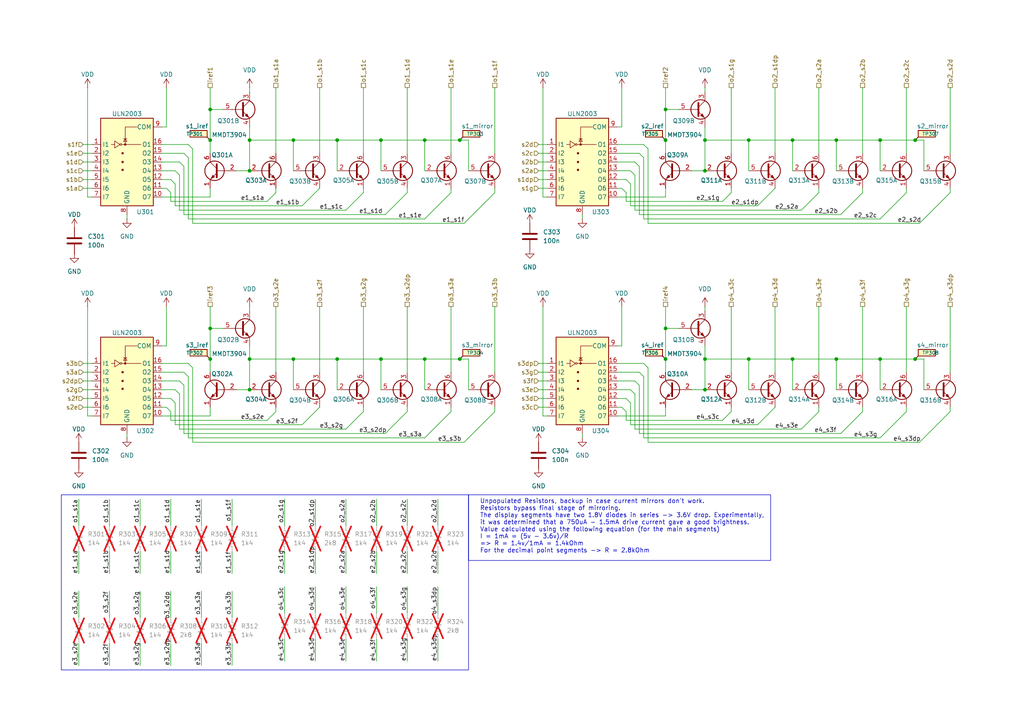
<source format=kicad_sch>
(kicad_sch (version 20231120) (generator "eeschema") (generator_version "8.0")
  (paper "A4")
  (title_block (title "Tiny Tapeout Digital Clock") (comment 1 "Author: Sam Ellicott"))
  (junction (at 85.09 40.64))
  (junction (at 229.87 40.64))
  (junction (at 217.17 40.64))
  (junction (at 193.04 31.75))
  (junction (at 255.27 40.64))
  (junction (at 85.09 104.14))
  (junction (at 72.39 113.03))
  (junction (at 217.17 104.14))
  (junction (at 204.47 113.03))
  (junction (at 265.43 104.14))
  (junction (at 255.27 104.14))
  (junction (at 110.49 104.14))
  (junction (at 133.35 40.64))
  (junction (at 110.49 40.64))
  (junction (at 97.79 40.64))
  (junction (at 242.57 40.64))
  (junction (at 204.47 40.64))
  (junction (at 60.96 104.14))
  (junction (at 242.57 104.14))
  (junction (at 133.35 104.14))
  (junction (at 97.79 104.14))
  (junction (at 72.39 40.64))
  (junction (at 193.04 95.25))
  (junction (at 265.43 40.64))
  (junction (at 204.47 49.53))
  (junction (at 72.39 104.14))
  (junction (at 60.96 95.25))
  (junction (at 229.87 104.14))
  (junction (at 72.39 49.53))
  (junction (at 193.04 104.14))
  (junction (at 193.04 40.64))
  (junction (at 60.96 31.75))
  (junction (at 123.19 40.64))
  (junction (at 123.19 104.14))
  (junction (at 60.96 40.64))
  (junction (at 204.47 104.14))
  (wire (pts (xy 187.96 43.18) (xy 187.96 64.77)))
  (wire (pts (xy 262.89 119.38) (xy 255.27 127)))
  (wire (pts (xy 179.07 41.91) (xy 186.69 41.91)))
  (wire (pts (xy 53.34 111.76) (xy 53.34 125.73)))
  (wire (pts (xy 85.09 40.64) (xy 85.09 49.53)))
  (wire (pts (xy 54.61 109.22) (xy 54.61 127)))
  (wire (pts (xy 179.07 36.83) (xy 180.34 36.83)))
  (wire (pts (xy 48.26 54.61) (xy 49.53 55.88)))
  (wire (pts (xy 127 144.78) (xy 127 152.4)))
  (wire (pts (xy 168.91 125.73) (xy 168.91 127)))
  (wire (pts (xy 72.39 104.14) (xy 85.09 104.14)))
  (wire (pts (xy 187.96 128.27) (xy 266.7 128.27)))
  (wire (pts (xy 156.21 115.57) (xy 158.75 115.57)))
  (wire (pts (xy 193.04 95.25) (xy 196.85 95.25)))
  (wire (pts (xy 49.53 121.92) (xy 77.47 121.92)))
  (wire (pts (xy 49.53 160.02) (xy 49.53 166.37)))
  (wire (pts (xy 179.07 57.15) (xy 193.04 57.15)))
  (wire (pts (xy 58.42 171.45) (xy 58.42 179.07)))
  (wire (pts (xy 118.11 88.9) (xy 118.11 107.95)))
  (wire (pts (xy 31.75 171.45) (xy 31.75 179.07)))
  (wire (pts (xy 92.71 25.4) (xy 92.71 44.45)))
  (wire (pts (xy 224.79 118.11) (xy 219.71 123.19)))
  (wire (pts (xy 217.17 40.64) (xy 217.17 49.53)))
  (wire (pts (xy 182.88 116.84) (xy 182.88 123.19)))
  (wire (pts (xy 184.15 46.99) (xy 185.42 48.26)))
  (wire (pts (xy 229.87 104.14) (xy 229.87 113.03)))
  (wire (pts (xy 118.11 185.42) (xy 118.11 191.77)))
  (wire (pts (xy 97.79 104.14) (xy 110.49 104.14)))
  (wire (pts (xy 36.83 62.23) (xy 36.83 63.5)))
  (wire (pts (xy 80.01 118.11) (xy 80.01 119.38)))
  (wire (pts (xy 67.31 144.78) (xy 67.31 152.4)))
  (wire (pts (xy 237.49 119.38) (xy 232.41 124.46)))
  (wire (pts (xy 275.59 88.9) (xy 275.59 107.95)))
  (wire (pts (xy 55.88 106.68) (xy 55.88 128.27)))
  (wire (pts (xy 49.53 186.69) (xy 49.53 193.04)))
  (wire (pts (xy 54.61 63.5) (xy 123.19 63.5)))
  (wire (pts (xy 105.41 119.38) (xy 100.33 124.46)))
  (wire (pts (xy 118.11 119.38) (xy 111.76 125.73)))
  (wire (pts (xy 135.89 104.14) (xy 135.89 113.03)))
  (wire (pts (xy 133.35 104.14) (xy 135.89 104.14)))
  (wire (pts (xy 72.39 40.64) (xy 85.09 40.64)))
  (wire (pts (xy 80.01 25.4) (xy 80.01 44.45)))
  (wire (pts (xy 24.13 113.03) (xy 26.67 113.03)))
  (wire (pts (xy 46.99 115.57) (xy 49.53 115.57)))
  (wire (pts (xy 22.86 186.69) (xy 22.86 193.04)))
  (wire (pts (xy 22.86 160.02) (xy 22.86 166.37)))
  (wire (pts (xy 275.59 54.61) (xy 275.59 55.88)))
  (wire (pts (xy 179.07 105.41) (xy 186.69 105.41)))
  (wire (pts (xy 157.48 120.65) (xy 158.75 120.65)))
  (wire (pts (xy 109.22 160.02) (xy 109.22 166.37)))
  (wire (pts (xy 262.89 55.88) (xy 255.27 63.5)))
  (wire (pts (xy 184.15 50.8) (xy 184.15 60.96)))
  (wire (pts (xy 46.99 41.91) (xy 54.61 41.91)))
  (wire (pts (xy 127 185.42) (xy 127 191.77)))
  (wire (pts (xy 46.99 54.61) (xy 48.26 54.61)))
  (wire (pts (xy 46.99 36.83) (xy 48.26 36.83)))
  (wire (pts (xy 156.21 44.45) (xy 158.75 44.45)))
  (wire (pts (xy 80.01 88.9) (xy 80.01 107.95)))
  (wire (pts (xy 25.4 120.65) (xy 26.67 120.65)))
  (wire (pts (xy 179.07 118.11) (xy 180.34 118.11)))
  (wire (pts (xy 31.75 160.02) (xy 31.75 166.37)))
  (wire (pts (xy 46.99 49.53) (xy 50.8 49.53)))
  (wire (pts (xy 105.41 55.88) (xy 100.33 60.96)))
  (wire (pts (xy 46.99 113.03) (xy 50.8 113.03)))
  (wire (pts (xy 130.81 88.9) (xy 130.81 107.95)))
  (wire (pts (xy 46.99 46.99) (xy 52.07 46.99)))
  (wire (pts (xy 24.13 44.45) (xy 26.67 44.45)))
  (wire (pts (xy 97.79 40.64) (xy 97.79 49.53)))
  (wire (pts (xy 24.13 41.91) (xy 26.67 41.91)))
  (wire (pts (xy 267.97 40.64) (xy 267.97 49.53)))
  (wire (pts (xy 224.79 54.61) (xy 219.71 59.69)))
  (wire (pts (xy 185.42 107.95) (xy 186.69 109.22)))
  (wire (pts (xy 204.47 40.64) (xy 204.47 36.83)))
  (wire (pts (xy 265.43 40.64) (xy 267.97 40.64)))
  (wire (pts (xy 143.51 55.88) (xy 134.62 64.77)))
  (wire (pts (xy 181.61 115.57) (xy 182.88 116.84)))
  (wire (pts (xy 48.26 88.9) (xy 48.26 100.33)))
  (wire (pts (xy 25.4 25.4) (xy 25.4 57.15)))
  (wire (pts (xy 54.61 127) (xy 123.19 127)))
  (wire (pts (xy 179.07 115.57) (xy 181.61 115.57)))
  (wire (pts (xy 24.13 49.53) (xy 26.67 49.53)))
  (wire (pts (xy 200.66 113.03) (xy 204.47 113.03)))
  (wire (pts (xy 55.88 128.27) (xy 134.62 128.27)))
  (wire (pts (xy 217.17 104.14) (xy 217.17 113.03)))
  (wire (pts (xy 156.21 41.91) (xy 158.75 41.91)))
  (wire (pts (xy 212.09 88.9) (xy 212.09 107.95)))
  (wire (pts (xy 100.33 144.78) (xy 100.33 152.4)))
  (wire (pts (xy 262.89 25.4) (xy 262.89 44.45)))
  (wire (pts (xy 275.59 118.11) (xy 275.59 119.38)))
  (wire (pts (xy 72.39 49.53) (xy 72.39 40.64)))
  (wire (pts (xy 184.15 124.46) (xy 232.41 124.46)))
  (wire (pts (xy 54.61 45.72) (xy 54.61 63.5)))
  (wire (pts (xy 204.47 104.14) (xy 217.17 104.14)))
  (wire (pts (xy 53.34 107.95) (xy 54.61 109.22)))
  (wire (pts (xy 212.09 54.61) (xy 212.09 55.88)))
  (wire (pts (xy 180.34 118.11) (xy 181.61 119.38)))
  (wire (pts (xy 275.59 119.38) (xy 266.7 128.27)))
  (wire (pts (xy 60.96 25.4) (xy 60.96 31.75)))
  (wire (pts (xy 217.17 104.14) (xy 229.87 104.14)))
  (wire (pts (xy 36.83 125.73) (xy 36.83 127)))
  (wire (pts (xy 91.44 144.78) (xy 91.44 152.4)))
  (wire (pts (xy 50.8 123.19) (xy 87.63 123.19)))
  (wire (pts (xy 229.87 104.14) (xy 242.57 104.14)))
  (wire (pts (xy 55.88 43.18) (xy 55.88 64.77)))
  (wire (pts (xy 200.66 49.53) (xy 204.47 49.53)))
  (wire (pts (xy 110.49 40.64) (xy 123.19 40.64)))
  (wire (pts (xy 105.41 88.9) (xy 105.41 107.95)))
  (wire (pts (xy 46.99 44.45) (xy 53.34 44.45)))
  (wire (pts (xy 31.75 144.78) (xy 31.75 152.4)))
  (wire (pts (xy 143.51 54.61) (xy 143.51 55.88)))
  (wire (pts (xy 46.99 52.07) (xy 49.53 52.07)))
  (wire (pts (xy 186.69 127) (xy 255.27 127)))
  (wire (pts (xy 127 160.02) (xy 127 166.37)))
  (wire (pts (xy 50.8 116.84) (xy 50.8 123.19)))
  (wire (pts (xy 118.11 160.02) (xy 118.11 166.37)))
  (wire (pts (xy 52.07 110.49) (xy 53.34 111.76)))
  (wire (pts (xy 212.09 25.4) (xy 212.09 44.45)))
  (wire (pts (xy 184.15 114.3) (xy 184.15 124.46)))
  (wire (pts (xy 193.04 54.61) (xy 193.04 57.15)))
  (wire (pts (xy 255.27 40.64) (xy 265.43 40.64)))
  (wire (pts (xy 242.57 104.14) (xy 242.57 113.03)))
  (wire (pts (xy 80.01 54.61) (xy 80.01 55.88)))
  (wire (pts (xy 185.42 44.45) (xy 186.69 45.72)))
  (wire (pts (xy 133.35 40.64) (xy 135.89 40.64)))
  (wire (pts (xy 182.88 59.69) (xy 219.71 59.69)))
  (wire (pts (xy 193.04 40.64) (xy 193.04 44.45)))
  (wire (pts (xy 180.34 25.4) (xy 180.34 36.83)))
  (wire (pts (xy 255.27 40.64) (xy 255.27 49.53)))
  (wire (pts (xy 156.21 49.53) (xy 158.75 49.53)))
  (wire (pts (xy 143.51 88.9) (xy 143.51 107.95)))
  (wire (pts (xy 46.99 107.95) (xy 53.34 107.95)))
  (wire (pts (xy 46.99 118.11) (xy 48.26 118.11)))
  (wire (pts (xy 40.64 144.78) (xy 40.64 152.4)))
  (wire (pts (xy 48.26 25.4) (xy 48.26 36.83)))
  (wire (pts (xy 168.91 62.23) (xy 168.91 63.5)))
  (wire (pts (xy 49.53 55.88) (xy 49.53 58.42)))
  (wire (pts (xy 60.96 118.11) (xy 60.96 120.65)))
  (wire (pts (xy 60.96 88.9) (xy 60.96 95.25)))
  (wire (pts (xy 156.21 118.11) (xy 158.75 118.11)))
  (wire (pts (xy 85.09 104.14) (xy 85.09 113.03)))
  (wire (pts (xy 91.44 160.02) (xy 91.44 166.37)))
  (wire (pts (xy 204.47 104.14) (xy 204.47 100.33)))
  (wire (pts (xy 22.86 171.45) (xy 22.86 179.07)))
  (wire (pts (xy 130.81 54.61) (xy 130.81 55.88)))
  (wire (pts (xy 193.04 31.75) (xy 196.85 31.75)))
  (wire (pts (xy 204.47 88.9) (xy 204.47 90.17)))
  (wire (pts (xy 255.27 104.14) (xy 265.43 104.14)))
  (wire (pts (xy 156.21 107.95) (xy 158.75 107.95)))
  (wire (pts (xy 118.11 54.61) (xy 118.11 55.88)))
  (wire (pts (xy 97.79 104.14) (xy 97.79 113.03)))
  (wire (pts (xy 49.53 52.07) (xy 50.8 53.34)))
  (wire (pts (xy 46.99 105.41) (xy 54.61 105.41)))
  (wire (pts (xy 156.21 110.49) (xy 158.75 110.49)))
  (wire (pts (xy 181.61 121.92) (xy 209.55 121.92)))
  (wire (pts (xy 72.39 40.64) (xy 72.39 36.83)))
  (wire (pts (xy 100.33 170.18) (xy 100.33 177.8)))
  (wire (pts (xy 224.79 25.4) (xy 224.79 44.45)))
  (wire (pts (xy 179.07 113.03) (xy 182.88 113.03)))
  (wire (pts (xy 157.48 25.4) (xy 157.48 57.15)))
  (wire (pts (xy 60.96 95.25) (xy 64.77 95.25)))
  (wire (pts (xy 60.96 40.64) (xy 60.96 44.45)))
  (wire (pts (xy 53.34 44.45) (xy 54.61 45.72)))
  (wire (pts (xy 185.42 125.73) (xy 243.84 125.73)))
  (wire (pts (xy 179.07 107.95) (xy 185.42 107.95)))
  (wire (pts (xy 265.43 104.14) (xy 267.97 104.14)))
  (wire (pts (xy 48.26 118.11) (xy 49.53 119.38)))
  (wire (pts (xy 68.58 49.53) (xy 72.39 49.53)))
  (wire (pts (xy 100.33 160.02) (xy 100.33 166.37)))
  (wire (pts (xy 186.69 41.91) (xy 187.96 43.18)))
  (wire (pts (xy 123.19 40.64) (xy 133.35 40.64)))
  (wire (pts (xy 212.09 119.38) (xy 209.55 121.92)))
  (wire (pts (xy 60.96 104.14) (xy 60.96 107.95)))
  (wire (pts (xy 212.09 55.88) (xy 209.55 58.42)))
  (wire (pts (xy 186.69 105.41) (xy 187.96 106.68)))
  (wire (pts (xy 110.49 104.14) (xy 123.19 104.14)))
  (wire (pts (xy 262.89 54.61) (xy 262.89 55.88)))
  (wire (pts (xy 85.09 104.14) (xy 97.79 104.14)))
  (wire (pts (xy 193.04 25.4) (xy 193.04 31.75)))
  (wire (pts (xy 242.57 40.64) (xy 242.57 49.53)))
  (wire (pts (xy 156.21 105.41) (xy 158.75 105.41)))
  (wire (pts (xy 60.96 31.75) (xy 60.96 40.64)))
  (wire (pts (xy 179.07 54.61) (xy 180.34 54.61)))
  (wire (pts (xy 184.15 60.96) (xy 232.41 60.96)))
  (wire (pts (xy 52.07 46.99) (xy 53.34 48.26)))
  (wire (pts (xy 82.55 170.18) (xy 82.55 177.8)))
  (wire (pts (xy 185.42 62.23) (xy 243.84 62.23)))
  (wire (pts (xy 250.19 55.88) (xy 243.84 62.23)))
  (wire (pts (xy 181.61 55.88) (xy 181.61 58.42)))
  (wire (pts (xy 181.61 58.42) (xy 209.55 58.42)))
  (wire (pts (xy 49.53 115.57) (xy 50.8 116.84)))
  (wire (pts (xy 123.19 40.64) (xy 123.19 49.53)))
  (wire (pts (xy 50.8 53.34) (xy 50.8 59.69)))
  (wire (pts (xy 237.49 88.9) (xy 237.49 107.95)))
  (wire (pts (xy 46.99 57.15) (xy 60.96 57.15)))
  (wire (pts (xy 49.53 119.38) (xy 49.53 121.92)))
  (wire (pts (xy 204.47 49.53) (xy 204.47 40.64)))
  (wire (pts (xy 186.69 45.72) (xy 186.69 63.5)))
  (wire (pts (xy 24.13 54.61) (xy 26.67 54.61)))
  (wire (pts (xy 72.39 88.9) (xy 72.39 90.17)))
  (wire (pts (xy 50.8 113.03) (xy 52.07 114.3)))
  (wire (pts (xy 40.64 171.45) (xy 40.64 179.07)))
  (wire (pts (xy 193.04 104.14) (xy 193.04 107.95)))
  (wire (pts (xy 217.17 40.64) (xy 229.87 40.64)))
  (wire (pts (xy 92.71 88.9) (xy 92.71 107.95)))
  (wire (pts (xy 52.07 50.8) (xy 52.07 60.96)))
  (wire (pts (xy 49.53 58.42) (xy 77.47 58.42)))
  (wire (pts (xy 179.07 46.99) (xy 184.15 46.99)))
  (wire (pts (xy 100.33 185.42) (xy 100.33 191.77)))
  (wire (pts (xy 110.49 40.64) (xy 110.49 49.53)))
  (wire (pts (xy 185.42 111.76) (xy 185.42 125.73)))
  (wire (pts (xy 25.4 88.9) (xy 25.4 120.65)))
  (wire (pts (xy 275.59 25.4) (xy 275.59 44.45)))
  (wire (pts (xy 179.07 52.07) (xy 181.61 52.07)))
  (wire (pts (xy 179.07 49.53) (xy 182.88 49.53)))
  (wire (pts (xy 156.21 54.61) (xy 158.75 54.61)))
  (wire (pts (xy 72.39 104.14) (xy 72.39 100.33)))
  (wire (pts (xy 184.15 110.49) (xy 185.42 111.76)))
  (wire (pts (xy 224.79 88.9) (xy 224.79 107.95)))
  (wire (pts (xy 91.44 185.42) (xy 91.44 191.77)))
  (wire (pts (xy 204.47 113.03) (xy 204.47 104.14)))
  (wire (pts (xy 118.11 118.11) (xy 118.11 119.38)))
  (wire (pts (xy 179.07 120.65) (xy 193.04 120.65)))
  (wire (pts (xy 50.8 49.53) (xy 52.07 50.8)))
  (wire (pts (xy 60.96 31.75) (xy 64.77 31.75)))
  (wire (pts (xy 275.59 55.88) (xy 266.7 64.77)))
  (wire (pts (xy 193.04 31.75) (xy 193.04 40.64)))
  (wire (pts (xy 187.96 64.77) (xy 266.7 64.77)))
  (wire (pts (xy 237.49 54.61) (xy 237.49 55.88)))
  (wire (pts (xy 242.57 104.14) (xy 255.27 104.14)))
  (wire (pts (xy 267.97 104.14) (xy 267.97 113.03)))
  (wire (pts (xy 67.31 186.69) (xy 67.31 193.04)))
  (wire (pts (xy 186.69 63.5) (xy 255.27 63.5)))
  (wire (pts (xy 46.99 100.33) (xy 48.26 100.33)))
  (wire (pts (xy 157.48 57.15) (xy 158.75 57.15)))
  (wire (pts (xy 49.53 144.78) (xy 49.53 152.4)))
  (wire (pts (xy 82.55 185.42) (xy 82.55 191.77)))
  (wire (pts (xy 58.42 144.78) (xy 58.42 152.4)))
  (wire (pts (xy 179.07 44.45) (xy 185.42 44.45)))
  (wire (pts (xy 109.22 144.78) (xy 109.22 152.4)))
  (wire (pts (xy 52.07 124.46) (xy 100.33 124.46)))
  (wire (pts (xy 179.07 110.49) (xy 184.15 110.49)))
  (wire (pts (xy 182.88 113.03) (xy 184.15 114.3)))
  (wire (pts (xy 55.88 64.77) (xy 134.62 64.77)))
  (wire (pts (xy 143.51 118.11) (xy 143.51 119.38)))
  (wire (pts (xy 250.19 25.4) (xy 250.19 44.45)))
  (wire (pts (xy 156.21 113.03) (xy 158.75 113.03)))
  (wire (pts (xy 250.19 119.38) (xy 243.84 125.73)))
  (wire (pts (xy 54.61 41.91) (xy 55.88 43.18)))
  (wire (pts (xy 180.34 54.61) (xy 181.61 55.88)))
  (wire (pts (xy 250.19 118.11) (xy 250.19 119.38)))
  (wire (pts (xy 118.11 170.18) (xy 118.11 177.8)))
  (wire (pts (xy 53.34 125.73) (xy 111.76 125.73)))
  (wire (pts (xy 182.88 49.53) (xy 184.15 50.8)))
  (wire (pts (xy 109.22 170.18) (xy 109.22 177.8)))
  (wire (pts (xy 109.22 185.42) (xy 109.22 191.77)))
  (wire (pts (xy 80.01 119.38) (xy 77.47 121.92)))
  (wire (pts (xy 110.49 104.14) (xy 110.49 113.03)))
  (wire (pts (xy 181.61 119.38) (xy 181.61 121.92)))
  (wire (pts (xy 91.44 170.18) (xy 91.44 177.8)))
  (wire (pts (xy 82.55 144.78) (xy 82.55 152.4)))
  (wire (pts (xy 143.51 119.38) (xy 134.62 128.27)))
  (wire (pts (xy 53.34 62.23) (xy 111.76 62.23)))
  (wire (pts (xy 24.13 107.95) (xy 26.67 107.95)))
  (wire (pts (xy 143.51 25.4) (xy 143.51 44.45)))
  (wire (pts (xy 49.53 171.45) (xy 49.53 179.07)))
  (wire (pts (xy 127 170.18) (xy 127 177.8)))
  (wire (pts (xy 193.04 95.25) (xy 193.04 104.14)))
  (wire (pts (xy 22.86 144.78) (xy 22.86 152.4)))
  (wire (pts (xy 58.42 160.02) (xy 58.42 166.37)))
  (wire (pts (xy 60.96 54.61) (xy 60.96 57.15)))
  (wire (pts (xy 54.61 105.41) (xy 55.88 106.68)))
  (wire (pts (xy 105.41 118.11) (xy 105.41 119.38)))
  (wire (pts (xy 157.48 88.9) (xy 157.48 120.65)))
  (wire (pts (xy 204.47 25.4) (xy 204.47 26.67)))
  (wire (pts (xy 182.88 123.19) (xy 219.71 123.19)))
  (wire (pts (xy 180.34 88.9) (xy 180.34 100.33)))
  (wire (pts (xy 52.07 60.96) (xy 100.33 60.96)))
  (wire (pts (xy 130.81 118.11) (xy 130.81 119.38)))
  (wire (pts (xy 46.99 120.65) (xy 60.96 120.65)))
  (wire (pts (xy 68.58 113.03) (xy 72.39 113.03)))
  (wire (pts (xy 118.11 55.88) (xy 111.76 62.23)))
  (wire (pts (xy 181.61 52.07) (xy 182.88 53.34)))
  (wire (pts (xy 24.13 52.07) (xy 26.67 52.07)))
  (wire (pts (xy 179.07 100.33) (xy 180.34 100.33)))
  (wire (pts (xy 130.81 119.38) (xy 123.19 127)))
  (wire (pts (xy 97.79 40.64) (xy 110.49 40.64)))
  (wire (pts (xy 92.71 118.11) (xy 87.63 123.19)))
  (wire (pts (xy 24.13 115.57) (xy 26.67 115.57)))
  (wire (pts (xy 242.57 40.64) (xy 255.27 40.64)))
  (wire (pts (xy 85.09 40.64) (xy 97.79 40.64)))
  (wire (pts (xy 67.31 160.02) (xy 67.31 166.37)))
  (wire (pts (xy 123.19 104.14) (xy 133.35 104.14)))
  (wire (pts (xy 130.81 55.88) (xy 123.19 63.5)))
  (wire (pts (xy 262.89 88.9) (xy 262.89 107.95)))
  (wire (pts (xy 118.11 25.4) (xy 118.11 44.45)))
  (wire (pts (xy 212.09 118.11) (xy 212.09 119.38)))
  (wire (pts (xy 82.55 160.02) (xy 82.55 166.37)))
  (wire (pts (xy 24.13 105.41) (xy 26.67 105.41)))
  (wire (pts (xy 92.71 54.61) (xy 87.63 59.69)))
  (wire (pts (xy 229.87 40.64) (xy 242.57 40.64)))
  (wire (pts (xy 193.04 88.9) (xy 193.04 95.25)))
  (wire (pts (xy 60.96 95.25) (xy 60.96 104.14)))
  (wire (pts (xy 185.42 48.26) (xy 185.42 62.23)))
  (wire (pts (xy 255.27 104.14) (xy 255.27 113.03)))
  (wire (pts (xy 105.41 25.4) (xy 105.41 44.45)))
  (wire (pts (xy 72.39 113.03) (xy 72.39 104.14)))
  (wire (pts (xy 156.21 52.07) (xy 158.75 52.07)))
  (wire (pts (xy 80.01 55.88) (xy 77.47 58.42)))
  (wire (pts (xy 67.31 171.45) (xy 67.31 179.07)))
  (wire (pts (xy 58.42 186.69) (xy 58.42 193.04)))
  (wire (pts (xy 182.88 53.34) (xy 182.88 59.69)))
  (wire (pts (xy 193.04 118.11) (xy 193.04 120.65)))
  (wire (pts (xy 123.19 104.14) (xy 123.19 113.03)))
  (wire (pts (xy 46.99 110.49) (xy 52.07 110.49)))
  (wire (pts (xy 204.47 40.64) (xy 217.17 40.64)))
  (wire (pts (xy 237.49 25.4) (xy 237.49 44.45)))
  (wire (pts (xy 130.81 25.4) (xy 130.81 44.45)))
  (wire (pts (xy 25.4 57.15) (xy 26.67 57.15)))
  (wire (pts (xy 105.41 54.61) (xy 105.41 55.88)))
  (wire (pts (xy 40.64 186.69) (xy 40.64 193.04)))
  (wire (pts (xy 237.49 55.88) (xy 232.41 60.96)))
  (wire (pts (xy 52.07 114.3) (xy 52.07 124.46)))
  (wire (pts (xy 118.11 144.78) (xy 118.11 152.4)))
  (wire (pts (xy 186.69 109.22) (xy 186.69 127)))
  (wire (pts (xy 72.39 25.4) (xy 72.39 26.67)))
  (wire (pts (xy 229.87 40.64) (xy 229.87 49.53)))
  (wire (pts (xy 187.96 106.68) (xy 187.96 128.27)))
  (wire (pts (xy 24.13 46.99) (xy 26.67 46.99)))
  (wire (pts (xy 24.13 118.11) (xy 26.67 118.11)))
  (wire (pts (xy 135.89 40.64) (xy 135.89 49.53)))
  (wire (pts (xy 50.8 59.69) (xy 87.63 59.69)))
  (wire (pts (xy 250.19 54.61) (xy 250.19 55.88)))
  (wire (pts (xy 250.19 88.9) (xy 250.19 107.95)))
  (wire (pts (xy 31.75 186.69) (xy 31.75 193.04)))
  (wire (pts (xy 24.13 110.49) (xy 26.67 110.49)))
  (wire (pts (xy 237.49 118.11) (xy 237.49 119.38)))
  (wire (pts (xy 156.21 46.99) (xy 158.75 46.99)))
  (wire (pts (xy 262.89 118.11) (xy 262.89 119.38)))
  (wire (pts (xy 53.34 48.26) (xy 53.34 62.23)))
  (wire (pts (xy 40.64 160.02) (xy 40.64 166.37)))
  (rectangle (start 135.89 143.51) (end 223.52 162.56))
  (rectangle (start 17.78 143.51) (end 135.89 194.31))
  (text "Unpopulated Resistors, backup in case current mirrors don't work.\nResistors bypass final stage of mirroring.\nThe display segments have two 1.8V diodes in series -> 3.6V drop. Experimentally,\nit was determined that a 750uA - 1.5mA drive current gave a good brightness.\nValue calculated using the following equation (for the main segments)\nI = 1mA = (5v - 3.6v)/R\n=> R = 1.4v/1mA = 1.4kOhm\nFor the decimal point segments -> R = 2.8kOhm" (exclude_from_sim yes) (at 139.192 152.654 0) (effects (font (size 1.27 1.27)) (justify left)))
  (label "e4_s3c" (at 201.93 121.92 0))
  (label "e1_s1a" (at 69.85 58.42 0))
  (label "o1_s1c" (at 40.64 144.78 270))
  (label "e3_s2f" (at 31.75 193.04 90))
  (label "e3_s2g" (at 92.71 124.46 0))
  (label "e2_s1dp" (at 91.44 166.37 90))
  (label "e2_s1g" (at 82.55 166.37 90))
  (label "e2_s2c" (at 247.65 63.5 0))
  (label "e1_s1b" (at 31.75 166.37 90))
  (label "e3_s2e" (at 69.85 121.92 0))
  (label "e1_s1d" (at 104.14 62.23 0))
  (label "o3_s2f" (at 31.75 171.45 270))
  (label "o4_s3c" (at 82.55 170.18 270))
  (label "e4_s3e" (at 224.79 124.46 0))
  (label "o3_s2dp" (at 49.53 171.45 270))
  (label "e1_s1f" (at 128.27 64.77 0))
  (label "e3_s2g" (at 40.64 193.04 90))
  (label "o1_s1e" (at 58.42 144.78 270))
  (label "o1_s1b" (at 31.75 144.78 270))
  (label "o1_s1a" (at 22.86 144.78 270))
  (label "e2_s2a" (at 224.79 60.96 0))
  (label "e2_s2d" (at 127 166.37 90))
  (label "o3_s3a" (at 58.42 171.45 270))
  (label "e3_s3b" (at 127 128.27 0))
  (label "o3_s2g" (at 40.64 171.45 270))
  (label "e3_s2dp" (at 49.53 193.04 90))
  (label "e4_s3dp" (at 127 191.77 90))
  (label "e2_s2b" (at 109.22 166.37 90))
  (label "e2_s2d" (at 260.35 64.77 0))
  (label "o2_s2a" (at 100.33 144.78 270))
  (label "e3_s2dp" (at 104.14 125.73 0))
  (label "o4_s3dp" (at 127 170.18 270))
  (label "o2_s2c" (at 118.11 144.78 270))
  (label "o2_s1g" (at 82.55 144.78 270))
  (label "e1_s1f" (at 67.31 166.37 90))
  (label "o1_s1d" (at 49.53 144.78 270))
  (label "e3_s3a" (at 115.57 127 0))
  (label "e2_s2c" (at 118.11 166.37 90))
  (label "o2_s2b" (at 109.22 144.78 270))
  (label "e3_s3a" (at 58.42 193.04 90))
  (label "e1_s1a" (at 22.86 166.37 90))
  (label "e1_s1e" (at 115.57 63.5 0))
  (label "o2_s2d" (at 127 144.78 270))
  (label "o4_s3g" (at 118.11 170.18 270))
  (label "e1_s1c" (at 40.64 166.37 90))
  (label "o1_s1f" (at 67.31 144.78 270))
  (label "e4_s3c" (at 82.55 191.77 90))
  (label "o3_s2e" (at 22.86 171.45 270))
  (label "e1_s1e" (at 58.42 166.37 90))
  (label "e2_s2a" (at 100.33 166.37 90))
  (label "e3_s2f" (at 80.01 123.19 0))
  (label "e4_s3g" (at 247.65 127 0))
  (label "e1_s1d" (at 49.53 166.37 90))
  (label "e4_s3dp" (at 259.08 128.27 0))
  (label "e2_s1dp" (at 212.09 59.69 0))
  (label "e3_s3b" (at 67.31 193.04 90))
  (label "e4_s3d" (at 91.44 191.77 90))
  (label "e2_s2b" (at 236.22 62.23 0))
  (label "o4_s3f" (at 109.22 170.18 270))
  (label "e4_s3d" (at 212.09 123.19 0))
  (label "o4_s3e" (at 100.33 170.18 270))
  (label "o4_s3d" (at 91.44 170.18 270))
  (label "e4_s3f" (at 236.22 125.73 0))
  (label "o2_s1dp" (at 91.44 144.78 270))
  (label "e4_s3g" (at 118.11 191.77 90))
  (label "e4_s3e" (at 100.33 191.77 90))
  (label "e3_s2e" (at 22.86 193.04 90))
  (label "o3_s3b" (at 67.31 171.45 270))
  (label "e2_s1g" (at 201.93 58.42 0))
  (label "e1_s1b" (at 80.01 59.69 0))
  (label "e1_s1c" (at 92.71 60.96 0))
  (label "e4_s3f" (at 109.22 191.77 90))
  (hierarchical_label "o1_s1a" (shape passive) (at 80.01 25.4 90))
  (hierarchical_label "s1dp" (shape input) (at 156.21 52.07 180))
  (hierarchical_label "s3a" (shape input) (at 24.13 107.95 180))
  (hierarchical_label "s1g" (shape input) (at 156.21 54.61 180))
  (hierarchical_label "iref1" (shape passive) (at 60.96 25.4 90))
  (hierarchical_label "o4_s3f" (shape passive) (at 250.19 88.9 90))
  (hierarchical_label "o1_s1d" (shape passive) (at 118.11 25.4 90))
  (hierarchical_label "s3d" (shape input) (at 156.21 115.57 180))
  (hierarchical_label "o3_s3b" (shape passive) (at 143.51 88.9 90))
  (hierarchical_label "o4_s3e" (shape passive) (at 237.49 88.9 90))
  (hierarchical_label "s2d" (shape input) (at 156.21 41.91 180))
  (hierarchical_label "s2a" (shape input) (at 156.21 49.53 180))
  (hierarchical_label "s2e" (shape input) (at 24.13 118.11 180))
  (hierarchical_label "o3_s3a" (shape passive) (at 130.81 88.9 90))
  (hierarchical_label "iref2" (shape passive) (at 193.04 25.4 90))
  (hierarchical_label "o4_s3g" (shape passive) (at 262.89 88.9 90))
  (hierarchical_label "o2_s1dp" (shape passive) (at 224.79 25.4 90))
  (hierarchical_label "s2dp" (shape input) (at 24.13 110.49 180))
  (hierarchical_label "iref3" (shape passive) (at 60.96 88.9 90))
  (hierarchical_label "s3b" (shape input) (at 24.13 105.41 180))
  (hierarchical_label "s1d" (shape input) (at 24.13 46.99 180))
  (hierarchical_label "s3f" (shape input) (at 156.21 110.49 180))
  (hierarchical_label "o2_s2b" (shape passive) (at 250.19 25.4 90))
  (hierarchical_label "s2c" (shape input) (at 156.21 44.45 180))
  (hierarchical_label "o3_s2g" (shape passive) (at 105.41 88.9 90))
  (hierarchical_label "iref4" (shape passive) (at 193.04 88.9 90))
  (hierarchical_label "o3_s2e" (shape passive) (at 80.01 88.9 90))
  (hierarchical_label "o4_s3dp" (shape passive) (at 275.59 88.9 90))
  (hierarchical_label "o4_s3d" (shape passive) (at 224.79 88.9 90))
  (hierarchical_label "o1_s1c" (shape passive) (at 105.41 25.4 90))
  (hierarchical_label "s2f" (shape input) (at 24.13 115.57 180))
  (hierarchical_label "s3dp" (shape input) (at 156.21 105.41 180))
  (hierarchical_label "s2b" (shape input) (at 156.21 46.99 180))
  (hierarchical_label "s1c" (shape input) (at 24.13 49.53 180))
  (hierarchical_label "s1f" (shape input) (at 24.13 41.91 180))
  (hierarchical_label "o4_s3c" (shape passive) (at 212.09 88.9 90))
  (hierarchical_label "s1b" (shape input) (at 24.13 52.07 180))
  (hierarchical_label "o2_s1g" (shape passive) (at 212.09 25.4 90))
  (hierarchical_label "s3g" (shape input) (at 156.21 107.95 180))
  (hierarchical_label "s2g" (shape input) (at 24.13 113.03 180))
  (hierarchical_label "o2_s2d" (shape passive) (at 275.59 25.4 90))
  (hierarchical_label "o1_s1f" (shape passive) (at 143.51 25.4 90))
  (hierarchical_label "o2_s2a" (shape passive) (at 237.49 25.4 90))
  (hierarchical_label "o3_s2f" (shape passive) (at 92.71 88.9 90))
  (hierarchical_label "s1e" (shape input) (at 24.13 44.45 180))
  (hierarchical_label "s1a" (shape input) (at 24.13 54.61 180))
  (hierarchical_label "o2_s2c" (shape passive) (at 262.89 25.4 90))
  (hierarchical_label "s3e" (shape input) (at 156.21 113.03 180))
  (hierarchical_label "s3c" (shape input) (at 156.21 118.11 180))
  (hierarchical_label "o1_s1e" (shape passive) (at 130.81 25.4 90))
  (hierarchical_label "o3_s2dp" (shape passive) (at 118.11 88.9 90))
  (hierarchical_label "o1_s1b" (shape passive) (at 92.71 25.4 90))
  (symbol (lib_id "Transistor_Array:ULN2003") (at 168.91 110.49 0) (unit 1)
    (property "Reference" "U304" (at 174.244 124.968 0))
    (property "Value" "ULN2003" (at 168.91 96.52 0))
    (property "Footprint" "Package_SO:SOIC-16_3.9x9.9mm_P1.27mm" (effects (hide yes)))
    (property "Datasheet" "http://www.ti.com/lit/ds/symlink/uln2003a.pdf" (effects (hide yes)))
    (property "Description" "High Voltage, High Current Darlington Transistor Arrays, SOIC16/SOIC16W/DIP16/TSSOP16" (effects (hide yes)))
    (instances (project "tt5_led_clock" (path "" (reference "U304") (unit 1)) (path "" (reference "U404") (unit 1))))
  )
  (symbol (lib_id "Device:R_US") (at 58.42 156.21 0) (unit 1) (dnp yes)
    (property "Reference" "R309" (at 60.96 154.9399 0) (effects (justify left)))
    (property "Value" "1k4" (at 60.96 157.4799 0) (effects (justify left)))
    (property "Footprint" "Resistor_THT:R_Axial_DIN0207_L6.3mm_D2.5mm_P10.16mm_Horizontal" (effects (hide yes)))
    (property "Description" "Resistor, US symbol" (effects (hide yes)))
    (instances (project "tt5_led_clock" (path "" (reference "R309") (unit 1)) (path "" (reference "R409") (unit 1))))
  )
  (symbol (lib_id "Transistor_Array:ULN2003") (at 36.83 46.99 0) (unit 1)
    (property "Reference" "U301" (at 42.164 61.468 0))
    (property "Value" "ULN2003" (at 36.83 33.02 0))
    (property "Footprint" "Package_SO:SOIC-16_3.9x9.9mm_P1.27mm" (effects (hide yes)))
    (property "Datasheet" "http://www.ti.com/lit/ds/symlink/uln2003a.pdf" (effects (hide yes)))
    (property "Description" "High Voltage, High Current Darlington Transistor Arrays, SOIC16/SOIC16W/DIP16/TSSOP16" (effects (hide yes)))
    (instances (project "tt5_led_clock" (path "" (reference "U301") (unit 1)) (path "" (reference "U401") (unit 1))))
  )
  (symbol (lib_id "Device:R_US") (at 118.11 156.21 0) (unit 1) (exclude_from_sim yes) (dnp yes)
    (property "Reference" "R321" (at 120.65 154.9399 0) (effects (justify left)))
    (property "Value" "1k4" (at 120.65 157.4799 0) (effects (justify left)))
    (property "Footprint" "Resistor_THT:R_Axial_DIN0207_L6.3mm_D2.5mm_P10.16mm_Horizontal" (effects (hide yes)))
    (property "Description" "Resistor, US symbol" (effects (hide yes)))
    (instances (project "tt5_led_clock" (path "" (reference "R321") (unit 1)) (path "" (reference "R421") (unit 1))))
  )
  (symbol (lib_id "Device:R_US") (at 118.11 181.61 0) (unit 1) (dnp yes)
    (property "Reference" "R322" (at 120.65 180.3399 0) (effects (justify left)))
    (property "Value" "1k4" (at 120.65 182.8799 0) (effects (justify left)))
    (property "Footprint" "Resistor_THT:R_Axial_DIN0207_L6.3mm_D2.5mm_P10.16mm_Horizontal" (effects (hide yes)))
    (property "Description" "Resistor, US symbol" (effects (hide yes)))
    (instances (project "tt5_led_clock" (path "" (reference "R322") (unit 1)) (path "" (reference "R422") (unit 1))))
  )
  (symbol (lib_id "power:GND") (at 21.59 73.66 0) (mirror y) (unit 1)
    (property "Reference" "#PWR0302" (effects (hide yes)))
    (property "Value" "GND" (at 21.59 78.74 0))
    (property "Description" "Power symbol creates a global label with name \"GND\" , ground" (effects (hide yes)))
    (instances (project "tt5_led_clock" (path "" (reference "#PWR0302") (unit 1)) (path "" (reference "#PWR0402") (unit 1))))
  )
  (symbol (lib_id "Connector:TestPoint_Flag") (at 133.35 104.14 0) (unit 1)
    (property "Reference" "TP304" (at 135.382 102.362 0) (effects (font (size 1.016 1.016)) (justify left)))
    (property "Value" "s3_mirror" (at 133.858 100.076 0) (effects (justify left)))
    (property "Footprint" "TestPoint:TestPoint_THTPad_D1.5mm_Drill0.7mm" (effects (hide yes)))
    (property "Description" "test point (alternative flag-style design)" (effects (hide yes)))
    (instances (project "tt5_led_clock" (path "" (reference "TP304") (unit 1)) (path "" (reference "TP404") (unit 1))))
  )
  (symbol (lib_id "Transistor_BJT:MMDT3904") (at 69.85 95.25 0) (unit 2)
    (property "Reference" "Q302" (at 62.992 98.552 0) (effects (justify left)))
    (property "Value" "MMDT3904" (effects (hide yes)))
    (property "Footprint" "Package_TO_SOT_SMD:SOT-363_SC-70-6" (effects (hide yes)))
    (property "Datasheet" "http://www.diodes.com/_files/datasheets/ds30088.pdf" (effects (hide yes)))
    (property "Description" "200mA IC, 40V Vce, Dual NPN/NPN Transistors, SOT-363" (effects (hide yes)))
    (instances (project "tt5_led_clock" (path "" (reference "Q302") (unit 2)) (path "" (reference "Q402") (unit 2))))
  )
  (symbol (lib_id "Transistor_BJT:MMDT3904") (at 247.65 49.53 0) (unit 2)
    (property "Reference" "Q313" (at 241.3 52.578 0) (effects (justify left)))
    (property "Value" "MMDT3904" (effects (hide yes)))
    (property "Footprint" "Package_TO_SOT_SMD:SOT-363_SC-70-6" (effects (hide yes)))
    (property "Datasheet" "http://www.diodes.com/_files/datasheets/ds30088.pdf" (effects (hide yes)))
    (property "Description" "200mA IC, 40V Vce, Dual NPN/NPN Transistors, SOT-363" (effects (hide yes)))
    (instances (project "tt5_led_clock" (path "" (reference "Q313") (unit 2)) (path "" (reference "Q413") (unit 2))))
  )
  (symbol (lib_id "power:VDD") (at 204.47 25.4 0) (unit 1)
    (property "Reference" "#PWR0323" (effects (hide yes)))
    (property "Value" "VDD" (at 204.47 20.32 0))
    (property "Description" "Power symbol creates a global label with name \"VDD\"" (effects (hide yes)))
    (instances (project "tt5_led_clock" (path "" (reference "#PWR0323") (unit 1)) (path "" (reference "#PWR0423") (unit 1))))
  )
  (symbol (lib_id "Transistor_BJT:MMDT3904") (at 195.58 49.53 0) (mirror y) (unit 1)
    (property "Reference" "Q309" (at 199.644 44.958 0) (effects (justify left)))
    (property "Value" "MMDT3904" (at 203.708 39.116 0) (effects (justify left)))
    (property "Footprint" "Package_TO_SOT_SMD:SOT-363_SC-70-6" (effects (hide yes)))
    (property "Datasheet" "http://www.diodes.com/_files/datasheets/ds30088.pdf" (effects (hide yes)))
    (property "Description" "200mA IC, 40V Vce, Dual NPN/NPN Transistors, SOT-363" (effects (hide yes)))
    (instances (project "tt5_led_clock" (path "" (reference "Q309") (unit 1)) (path "" (reference "Q409") (unit 1))))
  )
  (symbol (lib_id "Device:C") (at 21.59 69.85 0) (unit 1)
    (property "Reference" "C301" (at 25.4 68.5799 0) (effects (justify left)))
    (property "Value" "100n" (at 25.4 71.1199 0) (effects (justify left)))
    (property "Footprint" "Capacitor_SMD:C_0805_2012Metric_Pad1.18x1.45mm_HandSolder" (effects (hide yes)))
    (property "Description" "Unpolarized capacitor" (effects (hide yes)))
    (instances (project "tt5_led_clock" (path "" (reference "C301") (unit 1)) (path "" (reference "C401") (unit 1))))
  )
  (symbol (lib_id "power:VDD") (at 48.26 88.9 0) (unit 1)
    (property "Reference" "#PWR0310" (effects (hide yes)))
    (property "Value" "VDD" (at 48.26 85.09 0))
    (property "Description" "Power symbol creates a global label with name \"VDD\"" (effects (hide yes)))
    (instances (project "tt5_led_clock" (path "" (reference "#PWR0310") (unit 1)) (path "" (reference "#PWR0410") (unit 1))))
  )
  (symbol (lib_id "Device:C") (at 153.67 68.58 0) (unit 1)
    (property "Reference" "C303" (at 157.48 67.3099 0) (effects (justify left)))
    (property "Value" "100n" (at 157.48 69.8499 0) (effects (justify left)))
    (property "Footprint" "Capacitor_SMD:C_0805_2012Metric_Pad1.18x1.45mm_HandSolder" (effects (hide yes)))
    (property "Description" "Unpolarized capacitor" (effects (hide yes)))
    (instances (project "tt5_led_clock" (path "" (reference "C303") (unit 1)) (path "" (reference "C403") (unit 1))))
  )
  (symbol (lib_id "Device:C") (at 156.21 132.08 0) (unit 1)
    (property "Reference" "C304" (at 160.02 130.8099 0) (effects (justify left)))
    (property "Value" "100n" (at 160.02 133.3499 0) (effects (justify left)))
    (property "Footprint" "Capacitor_SMD:C_0805_2012Metric_Pad1.18x1.45mm_HandSolder" (effects (hide yes)))
    (property "Description" "Unpolarized capacitor" (effects (hide yes)))
    (instances (project "tt5_led_clock" (path "" (reference "C304") (unit 1)) (path "" (reference "C404") (unit 1))))
  )
  (symbol (lib_id "Transistor_BJT:MMDT3904") (at 140.97 113.03 0) (unit 2)
    (property "Reference" "Q308" (at 134.62 116.078 0) (effects (justify left)))
    (property "Value" "MMDT3904" (effects (hide yes)))
    (property "Footprint" "Package_TO_SOT_SMD:SOT-363_SC-70-6" (effects (hide yes)))
    (property "Datasheet" "http://www.diodes.com/_files/datasheets/ds30088.pdf" (effects (hide yes)))
    (property "Description" "200mA IC, 40V Vce, Dual NPN/NPN Transistors, SOT-363" (effects (hide yes)))
    (instances (project "tt5_led_clock" (path "" (reference "Q308") (unit 2)) (path "" (reference "Q408") (unit 2))))
  )
  (symbol (lib_id "Transistor_BJT:MMDT3904") (at 102.87 49.53 0) (unit 1)
    (property "Reference" "Q305" (at 96.52 52.324 0) (effects (justify left)))
    (property "Value" "MMDT3904" (effects (hide yes)))
    (property "Footprint" "Package_TO_SOT_SMD:SOT-363_SC-70-6" (effects (hide yes)))
    (property "Datasheet" "http://www.diodes.com/_files/datasheets/ds30088.pdf" (effects (hide yes)))
    (property "Description" "200mA IC, 40V Vce, Dual NPN/NPN Transistors, SOT-363" (effects (hide yes)))
    (instances (project "tt5_led_clock" (path "" (reference "Q305") (unit 1)) (path "" (reference "Q405") (unit 1))))
  )
  (symbol (lib_id "Transistor_BJT:MMDT3904") (at 201.93 95.25 0) (unit 2)
    (property "Reference" "Q310" (at 195.072 98.552 0) (effects (justify left)))
    (property "Value" "MMDT3904" (effects (hide yes)))
    (property "Footprint" "Package_TO_SOT_SMD:SOT-363_SC-70-6" (effects (hide yes)))
    (property "Datasheet" "http://www.diodes.com/_files/datasheets/ds30088.pdf" (effects (hide yes)))
    (property "Description" "200mA IC, 40V Vce, Dual NPN/NPN Transistors, SOT-363" (effects (hide yes)))
    (instances (project "tt5_led_clock" (path "" (reference "Q310") (unit 2)) (path "" (reference "Q410") (unit 2))))
  )
  (symbol (lib_id "Device:R_US") (at 82.55 156.21 0) (unit 1) (exclude_from_sim yes) (dnp yes)
    (property "Reference" "R313" (at 85.09 154.9399 0) (effects (justify left)))
    (property "Value" "1k4" (at 85.09 157.4799 0) (effects (justify left)))
    (property "Footprint" "Resistor_THT:R_Axial_DIN0207_L6.3mm_D2.5mm_P10.16mm_Horizontal" (effects (hide yes)))
    (property "Description" "Resistor, US symbol" (effects (hide yes)))
    (instances (project "tt5_led_clock" (path "" (reference "R313") (unit 1)) (path "" (reference "R413") (unit 1))))
  )
  (symbol (lib_id "Device:R_US") (at 91.44 156.21 0) (unit 1) (exclude_from_sim yes) (dnp yes)
    (property "Reference" "R315" (at 93.98 154.9399 0) (effects (justify left)))
    (property "Value" "2k8" (at 93.98 157.4799 0) (effects (justify left)))
    (property "Footprint" "Resistor_THT:R_Axial_DIN0207_L6.3mm_D2.5mm_P10.16mm_Horizontal" (effects (hide yes)))
    (property "Description" "Resistor, US symbol" (effects (hide yes)))
    (instances (project "tt5_led_clock" (path "" (reference "R315") (unit 1)) (path "" (reference "R415") (unit 1))))
  )
  (symbol (lib_id "Transistor_BJT:MMDT3904") (at 260.35 49.53 0) (unit 1)
    (property "Reference" "Q315" (at 254 52.324 0) (effects (justify left)))
    (property "Value" "MMDT3904" (effects (hide yes)))
    (property "Footprint" "Package_TO_SOT_SMD:SOT-363_SC-70-6" (effects (hide yes)))
    (property "Datasheet" "http://www.diodes.com/_files/datasheets/ds30088.pdf" (effects (hide yes)))
    (property "Description" "200mA IC, 40V Vce, Dual NPN/NPN Transistors, SOT-363" (effects (hide yes)))
    (instances (project "tt5_led_clock" (path "" (reference "Q315") (unit 1)) (path "" (reference "Q415") (unit 1))))
  )
  (symbol (lib_id "Connector:TestPoint_Flag") (at 193.04 40.64 0) (mirror y) (unit 1)
    (property "Reference" "TP305" (at 191.008 38.862 0) (effects (font (size 1.016 1.016)) (justify left)))
    (property "Value" "s2_iref" (at 192.532 36.576 0) (effects (justify left)))
    (property "Footprint" "TestPoint:TestPoint_THTPad_D1.5mm_Drill0.7mm" (effects (hide yes)))
    (property "Description" "test point (alternative flag-style design)" (effects (hide yes)))
    (instances (project "tt5_led_clock" (path "" (reference "TP305") (unit 1)) (path "" (reference "TP405") (unit 1))))
  )
  (symbol (lib_id "Transistor_BJT:MMDT3904") (at 234.95 49.53 0) (unit 1)
    (property "Reference" "Q313" (at 228.6 52.324 0) (effects (justify left)))
    (property "Value" "MMDT3904" (effects (hide yes)))
    (property "Footprint" "Package_TO_SOT_SMD:SOT-363_SC-70-6" (effects (hide yes)))
    (property "Datasheet" "http://www.diodes.com/_files/datasheets/ds30088.pdf" (effects (hide yes)))
    (property "Description" "200mA IC, 40V Vce, Dual NPN/NPN Transistors, SOT-363" (effects (hide yes)))
    (instances (project "tt5_led_clock" (path "" (reference "Q313") (unit 1)) (path "" (reference "Q413") (unit 1))))
  )
  (symbol (lib_id "Device:R_US") (at 100.33 181.61 0) (unit 1) (dnp yes)
    (property "Reference" "R318" (at 102.87 180.3399 0) (effects (justify left)))
    (property "Value" "1k4" (at 102.87 182.8799 0) (effects (justify left)))
    (property "Footprint" "Resistor_THT:R_Axial_DIN0207_L6.3mm_D2.5mm_P10.16mm_Horizontal" (effects (hide yes)))
    (property "Description" "Resistor, US symbol" (effects (hide yes)))
    (instances (project "tt5_led_clock" (path "" (reference "R318") (unit 1)) (path "" (reference "R418") (unit 1))))
  )
  (symbol (lib_id "Transistor_BJT:MMDT3904") (at 247.65 113.03 0) (unit 2)
    (property "Reference" "Q314" (at 241.3 116.078 0) (effects (justify left)))
    (property "Value" "MMDT3904" (effects (hide yes)))
    (property "Footprint" "Package_TO_SOT_SMD:SOT-363_SC-70-6" (effects (hide yes)))
    (property "Datasheet" "http://www.diodes.com/_files/datasheets/ds30088.pdf" (effects (hide yes)))
    (property "Description" "200mA IC, 40V Vce, Dual NPN/NPN Transistors, SOT-363" (effects (hide yes)))
    (instances (project "tt5_led_clock" (path "" (reference "Q314") (unit 2)) (path "" (reference "Q414") (unit 2))))
  )
  (symbol (lib_id "Transistor_BJT:MMDT3904") (at 222.25 49.53 0) (unit 2)
    (property "Reference" "Q311" (at 215.9 52.578 0) (effects (justify left)))
    (property "Value" "MMDT3904" (effects (hide yes)))
    (property "Footprint" "Package_TO_SOT_SMD:SOT-363_SC-70-6" (effects (hide yes)))
    (property "Datasheet" "http://www.diodes.com/_files/datasheets/ds30088.pdf" (effects (hide yes)))
    (property "Description" "200mA IC, 40V Vce, Dual NPN/NPN Transistors, SOT-363" (effects (hide yes)))
    (instances (project "tt5_led_clock" (path "" (reference "Q311") (unit 2)) (path "" (reference "Q411") (unit 2))))
  )
  (symbol (lib_id "Transistor_BJT:MMDT3904") (at 69.85 31.75 0) (unit 2)
    (property "Reference" "Q301" (at 62.992 35.052 0) (effects (justify left)))
    (property "Value" "MMDT3904" (effects (hide yes)))
    (property "Footprint" "Package_TO_SOT_SMD:SOT-363_SC-70-6" (effects (hide yes)))
    (property "Datasheet" "http://www.diodes.com/_files/datasheets/ds30088.pdf" (effects (hide yes)))
    (property "Description" "200mA IC, 40V Vce, Dual NPN/NPN Transistors, SOT-363" (effects (hide yes)))
    (instances (project "tt5_led_clock" (path "" (reference "Q301") (unit 2)) (path "" (reference "Q401") (unit 2))))
  )
  (symbol (lib_id "Device:R_US") (at 109.22 156.21 0) (unit 1) (exclude_from_sim yes) (dnp yes)
    (property "Reference" "R319" (at 111.76 154.9399 0) (effects (justify left)))
    (property "Value" "1k4" (at 111.76 157.4799 0) (effects (justify left)))
    (property "Footprint" "Resistor_THT:R_Axial_DIN0207_L6.3mm_D2.5mm_P10.16mm_Horizontal" (effects (hide yes)))
    (property "Description" "Resistor, US symbol" (effects (hide yes)))
    (instances (project "tt5_led_clock" (path "" (reference "R319") (unit 1)) (path "" (reference "R419") (unit 1))))
  )
  (symbol (lib_id "power:VDD") (at 157.48 25.4 0) (unit 1)
    (property "Reference" "#PWR0317" (effects (hide yes)))
    (property "Value" "VDD" (at 157.48 21.59 0))
    (property "Description" "Power symbol creates a global label with name \"VDD\"" (effects (hide yes)))
    (instances (project "tt5_led_clock" (path "" (reference "#PWR0317") (unit 1)) (path "" (reference "#PWR0417") (unit 1))))
  )
  (symbol (lib_id "Transistor_BJT:MMDT3904") (at 90.17 113.03 0) (unit 2)
    (property "Reference" "Q304" (at 83.82 116.078 0) (effects (justify left)))
    (property "Value" "MMDT3904" (effects (hide yes)))
    (property "Footprint" "Package_TO_SOT_SMD:SOT-363_SC-70-6" (effects (hide yes)))
    (property "Datasheet" "http://www.diodes.com/_files/datasheets/ds30088.pdf" (effects (hide yes)))
    (property "Description" "200mA IC, 40V Vce, Dual NPN/NPN Transistors, SOT-363" (effects (hide yes)))
    (instances (project "tt5_led_clock" (path "" (reference "Q304") (unit 2)) (path "" (reference "Q404") (unit 2))))
  )
  (symbol (lib_id "Transistor_BJT:MMDT3904") (at 209.55 113.03 0) (unit 1)
    (property "Reference" "Q312" (at 203.2 115.824 0) (effects (justify left)))
    (property "Value" "MMDT3904" (effects (hide yes)))
    (property "Footprint" "Package_TO_SOT_SMD:SOT-363_SC-70-6" (effects (hide yes)))
    (property "Datasheet" "http://www.diodes.com/_files/datasheets/ds30088.pdf" (effects (hide yes)))
    (property "Description" "200mA IC, 40V Vce, Dual NPN/NPN Transistors, SOT-363" (effects (hide yes)))
    (instances (project "tt5_led_clock" (path "" (reference "Q312") (unit 1)) (path "" (reference "Q412") (unit 1))))
  )
  (symbol (lib_id "Transistor_BJT:MMDT3904") (at 63.5 113.03 0) (mirror y) (unit 1)
    (property "Reference" "Q302" (at 67.564 108.458 0) (effects (justify left)))
    (property "Value" "MMDT3904" (at 71.628 102.616 0) (effects (justify left)))
    (property "Footprint" "Package_TO_SOT_SMD:SOT-363_SC-70-6" (effects (hide yes)))
    (property "Datasheet" "http://www.diodes.com/_files/datasheets/ds30088.pdf" (effects (hide yes)))
    (property "Description" "200mA IC, 40V Vce, Dual NPN/NPN Transistors, SOT-363" (effects (hide yes)))
    (instances (project "tt5_led_clock" (path "" (reference "Q302") (unit 1)) (path "" (reference "Q402") (unit 1))))
  )
  (symbol (lib_id "Device:C") (at 22.86 132.08 0) (unit 1)
    (property "Reference" "C302" (at 26.67 130.8099 0) (effects (justify left)))
    (property "Value" "100n" (at 26.67 133.3499 0) (effects (justify left)))
    (property "Footprint" "Capacitor_SMD:C_0805_2012Metric_Pad1.18x1.45mm_HandSolder" (effects (hide yes)))
    (property "Description" "Unpolarized capacitor" (effects (hide yes)))
    (instances (project "tt5_led_clock" (path "" (reference "C302") (unit 1)) (path "" (reference "C402") (unit 1))))
  )
  (symbol (lib_id "Transistor_BJT:MMDT3904") (at 273.05 49.53 0) (unit 2)
    (property "Reference" "Q315" (at 266.7 52.578 0) (effects (justify left)))
    (property "Value" "MMDT3904" (effects (hide yes)))
    (property "Footprint" "Package_TO_SOT_SMD:SOT-363_SC-70-6" (effects (hide yes)))
    (property "Datasheet" "http://www.diodes.com/_files/datasheets/ds30088.pdf" (effects (hide yes)))
    (property "Description" "200mA IC, 40V Vce, Dual NPN/NPN Transistors, SOT-363" (effects (hide yes)))
    (instances (project "tt5_led_clock" (path "" (reference "Q315") (unit 2)) (path "" (reference "Q415") (unit 2))))
  )
  (symbol (lib_id "Transistor_BJT:MMDT3904") (at 102.87 113.03 0) (unit 1)
    (property "Reference" "Q306" (at 96.52 115.824 0) (effects (justify left)))
    (property "Value" "MMDT3904" (effects (hide yes)))
    (property "Footprint" "Package_TO_SOT_SMD:SOT-363_SC-70-6" (effects (hide yes)))
    (property "Datasheet" "http://www.diodes.com/_files/datasheets/ds30088.pdf" (effects (hide yes)))
    (property "Description" "200mA IC, 40V Vce, Dual NPN/NPN Transistors, SOT-363" (effects (hide yes)))
    (instances (project "tt5_led_clock" (path "" (reference "Q306") (unit 1)) (path "" (reference "Q406") (unit 1))))
  )
  (symbol (lib_id "Device:R_US") (at 67.31 156.21 0) (unit 1) (dnp yes)
    (property "Reference" "R311" (at 69.85 154.9399 0) (effects (justify left)))
    (property "Value" "1k4" (at 69.85 157.4799 0) (effects (justify left)))
    (property "Footprint" "Resistor_THT:R_Axial_DIN0207_L6.3mm_D2.5mm_P10.16mm_Horizontal" (effects (hide yes)))
    (property "Description" "Resistor, US symbol" (effects (hide yes)))
    (instances (project "tt5_led_clock" (path "" (reference "R311") (unit 1)) (path "" (reference "R411") (unit 1))))
  )
  (symbol (lib_id "Device:R_US") (at 91.44 181.61 0) (unit 1) (dnp yes)
    (property "Reference" "R316" (at 93.98 180.3399 0) (effects (justify left)))
    (property "Value" "1k4" (at 93.98 182.8799 0) (effects (justify left)))
    (property "Footprint" "Resistor_THT:R_Axial_DIN0207_L6.3mm_D2.5mm_P10.16mm_Horizontal" (effects (hide yes)))
    (property "Description" "Resistor, US symbol" (effects (hide yes)))
    (instances (project "tt5_led_clock" (path "" (reference "R316") (unit 1)) (path "" (reference "R416") (unit 1))))
  )
  (symbol (lib_id "Transistor_BJT:MMDT3904") (at 77.47 49.53 0) (unit 1)
    (property "Reference" "Q303" (at 71.12 52.324 0) (effects (justify left)))
    (property "Value" "MMDT3904" (effects (hide yes)))
    (property "Footprint" "Package_TO_SOT_SMD:SOT-363_SC-70-6" (effects (hide yes)))
    (property "Datasheet" "http://www.diodes.com/_files/datasheets/ds30088.pdf" (effects (hide yes)))
    (property "Description" "200mA IC, 40V Vce, Dual NPN/NPN Transistors, SOT-363" (effects (hide yes)))
    (instances (project "tt5_led_clock" (path "" (reference "Q303") (unit 1)) (path "" (reference "Q403") (unit 1))))
  )
  (symbol (lib_id "Transistor_BJT:MMDT3904") (at 128.27 49.53 0) (unit 1)
    (property "Reference" "Q307" (at 121.92 52.324 0) (effects (justify left)))
    (property "Value" "MMDT3904" (effects (hide yes)))
    (property "Footprint" "Package_TO_SOT_SMD:SOT-363_SC-70-6" (effects (hide yes)))
    (property "Datasheet" "http://www.diodes.com/_files/datasheets/ds30088.pdf" (effects (hide yes)))
    (property "Description" "200mA IC, 40V Vce, Dual NPN/NPN Transistors, SOT-363" (effects (hide yes)))
    (instances (project "tt5_led_clock" (path "" (reference "Q307") (unit 1)) (path "" (reference "Q407") (unit 1))))
  )
  (symbol (lib_id "Connector:TestPoint_Flag") (at 265.43 40.64 0) (unit 1)
    (property "Reference" "TP307" (at 267.462 38.862 0) (effects (font (size 1.016 1.016)) (justify left)))
    (property "Value" "s2_mirror" (at 265.938 36.576 0) (effects (justify left)))
    (property "Footprint" "TestPoint:TestPoint_THTPad_D1.5mm_Drill0.7mm" (effects (hide yes)))
    (property "Description" "test point (alternative flag-style design)" (effects (hide yes)))
    (instances (project "tt5_led_clock" (path "" (reference "TP307") (unit 1)) (path "" (reference "TP407") (unit 1))))
  )
  (symbol (lib_id "Device:R_US") (at 82.55 181.61 0) (unit 1) (dnp yes)
    (property "Reference" "R314" (at 85.09 180.3399 0) (effects (justify left)))
    (property "Value" "1k4" (at 85.09 182.8799 0) (effects (justify left)))
    (property "Footprint" "Resistor_THT:R_Axial_DIN0207_L6.3mm_D2.5mm_P10.16mm_Horizontal" (effects (hide yes)))
    (property "Description" "Resistor, US symbol" (effects (hide yes)))
    (instances (project "tt5_led_clock" (path "" (reference "R314") (unit 1)) (path "" (reference "R414") (unit 1))))
  )
  (symbol (lib_id "Device:R_US") (at 109.22 181.61 0) (unit 1) (dnp yes)
    (property "Reference" "R320" (at 111.76 180.3399 0) (effects (justify left)))
    (property "Value" "1k4" (at 111.76 182.8799 0) (effects (justify left)))
    (property "Footprint" "Resistor_THT:R_Axial_DIN0207_L6.3mm_D2.5mm_P10.16mm_Horizontal" (effects (hide yes)))
    (property "Description" "Resistor, US symbol" (effects (hide yes)))
    (instances (project "tt5_led_clock" (path "" (reference "R320") (unit 1)) (path "" (reference "R420") (unit 1))))
  )
  (symbol (lib_id "Transistor_BJT:MMDT3904") (at 234.95 113.03 0) (unit 1)
    (property "Reference" "Q314" (at 228.6 115.824 0) (effects (justify left)))
    (property "Value" "MMDT3904" (effects (hide yes)))
    (property "Footprint" "Package_TO_SOT_SMD:SOT-363_SC-70-6" (effects (hide yes)))
    (property "Datasheet" "http://www.diodes.com/_files/datasheets/ds30088.pdf" (effects (hide yes)))
    (property "Description" "200mA IC, 40V Vce, Dual NPN/NPN Transistors, SOT-363" (effects (hide yes)))
    (instances (project "tt5_led_clock" (path "" (reference "Q314") (unit 1)) (path "" (reference "Q414") (unit 1))))
  )
  (symbol (lib_id "Connector:TestPoint_Flag") (at 133.35 40.64 0) (unit 1)
    (property "Reference" "TP303" (at 135.382 38.862 0) (effects (font (size 1.016 1.016)) (justify left)))
    (property "Value" "s1_mirror" (at 133.858 36.576 0) (effects (justify left)))
    (property "Footprint" "TestPoint:TestPoint_THTPad_D1.5mm_Drill0.7mm" (effects (hide yes)))
    (property "Description" "test point (alternative flag-style design)" (effects (hide yes)))
    (instances (project "tt5_led_clock" (path "" (reference "TP303") (unit 1)) (path "" (reference "TP403") (unit 1))))
  )
  (symbol (lib_id "Connector:TestPoint_Flag") (at 265.43 104.14 0) (unit 1)
    (property "Reference" "TP308" (at 267.462 102.362 0) (effects (font (size 1.016 1.016)) (justify left)))
    (property "Value" "s4_mirror" (at 265.938 100.076 0) (effects (justify left)))
    (property "Footprint" "TestPoint:TestPoint_THTPad_D1.5mm_Drill0.7mm" (effects (hide yes)))
    (property "Description" "test point (alternative flag-style design)" (effects (hide yes)))
    (instances (project "tt5_led_clock" (path "" (reference "TP308") (unit 1)) (path "" (reference "TP408") (unit 1))))
  )
  (symbol (lib_id "power:GND") (at 168.91 63.5 0) (mirror y) (unit 1)
    (property "Reference" "#PWR0319" (effects (hide yes)))
    (property "Value" "GND" (at 168.91 68.58 0))
    (property "Description" "Power symbol creates a global label with name \"GND\" , ground" (effects (hide yes)))
    (instances (project "tt5_led_clock" (path "" (reference "#PWR0319") (unit 1)) (path "" (reference "#PWR0419") (unit 1))))
  )
  (symbol (lib_id "power:VDD") (at 21.59 66.04 0) (unit 1)
    (property "Reference" "#PWR0301" (effects (hide yes)))
    (property "Value" "VDD" (at 21.59 62.23 0))
    (property "Description" "Power symbol creates a global label with name \"VDD\"" (effects (hide yes)))
    (instances (project "tt5_led_clock" (path "" (reference "#PWR0301") (unit 1)) (path "" (reference "#PWR0401") (unit 1))))
  )
  (symbol (lib_id "Transistor_BJT:MMDT3904") (at 90.17 49.53 0) (unit 2)
    (property "Reference" "Q303" (at 83.82 52.578 0) (effects (justify left)))
    (property "Value" "MMDT3904" (effects (hide yes)))
    (property "Footprint" "Package_TO_SOT_SMD:SOT-363_SC-70-6" (effects (hide yes)))
    (property "Datasheet" "http://www.diodes.com/_files/datasheets/ds30088.pdf" (effects (hide yes)))
    (property "Description" "200mA IC, 40V Vce, Dual NPN/NPN Transistors, SOT-363" (effects (hide yes)))
    (instances (project "tt5_led_clock" (path "" (reference "Q303") (unit 2)) (path "" (reference "Q403") (unit 2))))
  )
  (symbol (lib_id "power:VDD") (at 180.34 88.9 0) (unit 1)
    (property "Reference" "#PWR0322" (effects (hide yes)))
    (property "Value" "VDD" (at 180.34 85.09 0))
    (property "Description" "Power symbol creates a global label with name \"VDD\"" (effects (hide yes)))
    (instances (project "tt5_led_clock" (path "" (reference "#PWR0322") (unit 1)) (path "" (reference "#PWR0422") (unit 1))))
  )
  (symbol (lib_id "power:VDD") (at 157.48 88.9 0) (unit 1)
    (property "Reference" "#PWR0318" (effects (hide yes)))
    (property "Value" "VDD" (at 157.48 85.09 0))
    (property "Description" "Power symbol creates a global label with name \"VDD\"" (effects (hide yes)))
    (instances (project "tt5_led_clock" (path "" (reference "#PWR0318") (unit 1)) (path "" (reference "#PWR0418") (unit 1))))
  )
  (symbol (lib_id "power:GND") (at 153.67 72.39 0) (mirror y) (unit 1)
    (property "Reference" "#PWR0314" (effects (hide yes)))
    (property "Value" "GND" (at 153.67 77.47 0))
    (property "Description" "Power symbol creates a global label with name \"GND\" , ground" (effects (hide yes)))
    (instances (project "tt5_led_clock" (path "" (reference "#PWR0314") (unit 1)) (path "" (reference "#PWR0414") (unit 1))))
  )
  (symbol (lib_id "Device:R_US") (at 22.86 182.88 0) (unit 1) (dnp yes)
    (property "Reference" "R302" (at 25.4 181.6099 0) (effects (justify left)))
    (property "Value" "1k4" (at 25.4 184.1499 0) (effects (justify left)))
    (property "Footprint" "Resistor_THT:R_Axial_DIN0207_L6.3mm_D2.5mm_P10.16mm_Horizontal" (effects (hide yes)))
    (property "Description" "Resistor, US symbol" (effects (hide yes)))
    (instances (project "tt5_led_clock" (path "" (reference "R302") (unit 1)) (path "" (reference "R402") (unit 1))))
  )
  (symbol (lib_id "Transistor_BJT:MMDT3904") (at 201.93 31.75 0) (unit 2)
    (property "Reference" "Q309" (at 195.072 35.052 0) (effects (justify left)))
    (property "Value" "MMDT3904" (effects (hide yes)))
    (property "Footprint" "Package_TO_SOT_SMD:SOT-363_SC-70-6" (effects (hide yes)))
    (property "Datasheet" "http://www.diodes.com/_files/datasheets/ds30088.pdf" (effects (hide yes)))
    (property "Description" "200mA IC, 40V Vce, Dual NPN/NPN Transistors, SOT-363" (effects (hide yes)))
    (instances (project "tt5_led_clock" (path "" (reference "Q309") (unit 2)) (path "" (reference "Q409") (unit 2))))
  )
  (symbol (lib_id "Transistor_BJT:MMDT3904") (at 209.55 49.53 0) (unit 1)
    (property "Reference" "Q311" (at 203.2 52.324 0) (effects (justify left)))
    (property "Value" "MMDT3904" (effects (hide yes)))
    (property "Footprint" "Package_TO_SOT_SMD:SOT-363_SC-70-6" (effects (hide yes)))
    (property "Datasheet" "http://www.diodes.com/_files/datasheets/ds30088.pdf" (effects (hide yes)))
    (property "Description" "200mA IC, 40V Vce, Dual NPN/NPN Transistors, SOT-363" (effects (hide yes)))
    (instances (project "tt5_led_clock" (path "" (reference "Q311") (unit 1)) (path "" (reference "Q411") (unit 1))))
  )
  (symbol (lib_id "Device:R_US") (at 127 181.61 0) (unit 1) (dnp yes)
    (property "Reference" "R324" (at 129.54 180.3399 0) (effects (justify left)))
    (property "Value" "2k8" (at 129.54 182.8799 0) (effects (justify left)))
    (property "Footprint" "Resistor_THT:R_Axial_DIN0207_L6.3mm_D2.5mm_P10.16mm_Horizontal" (effects (hide yes)))
    (property "Description" "Resistor, US symbol" (effects (hide yes)))
    (instances (project "tt5_led_clock" (path "" (reference "R324") (unit 1)) (path "" (reference "R424") (unit 1))))
  )
  (symbol (lib_id "Device:R_US") (at 40.64 156.21 0) (unit 1) (dnp yes)
    (property "Reference" "R305" (at 43.18 154.9399 0) (effects (justify left)))
    (property "Value" "1k4" (at 43.18 157.4799 0) (effects (justify left)))
    (property "Footprint" "Resistor_THT:R_Axial_DIN0207_L6.3mm_D2.5mm_P10.16mm_Horizontal" (effects (hide yes)))
    (property "Description" "Resistor, US symbol" (effects (hide yes)))
    (instances (project "tt5_led_clock" (path "" (reference "R305") (unit 1)) (path "" (reference "R405") (unit 1))))
  )
  (symbol (lib_id "power:GND") (at 36.83 63.5 0) (mirror y) (unit 1)
    (property "Reference" "#PWR0307" (effects (hide yes)))
    (property "Value" "GND" (at 36.83 68.58 0))
    (property "Description" "Power symbol creates a global label with name \"GND\" , ground" (effects (hide yes)))
    (instances (project "tt5_led_clock" (path "" (reference "#PWR0307") (unit 1)) (path "" (reference "#PWR0407") (unit 1))))
  )
  (symbol (lib_id "power:VDD") (at 204.47 88.9 0) (unit 1)
    (property "Reference" "#PWR0324" (effects (hide yes)))
    (property "Value" "VDD" (at 204.47 83.82 0))
    (property "Description" "Power symbol creates a global label with name \"VDD\"" (effects (hide yes)))
    (instances (project "tt5_led_clock" (path "" (reference "#PWR0324") (unit 1)) (path "" (reference "#PWR0424") (unit 1))))
  )
  (symbol (lib_id "Transistor_BJT:MMDT3904") (at 140.97 49.53 0) (unit 2)
    (property "Reference" "Q307" (at 134.62 52.578 0) (effects (justify left)))
    (property "Value" "MMDT3904" (effects (hide yes)))
    (property "Footprint" "Package_TO_SOT_SMD:SOT-363_SC-70-6" (effects (hide yes)))
    (property "Datasheet" "http://www.diodes.com/_files/datasheets/ds30088.pdf" (effects (hide yes)))
    (property "Description" "200mA IC, 40V Vce, Dual NPN/NPN Transistors, SOT-363" (effects (hide yes)))
    (instances (project "tt5_led_clock" (path "" (reference "Q307") (unit 2)) (path "" (reference "Q407") (unit 2))))
  )
  (symbol (lib_id "Transistor_Array:ULN2003") (at 168.91 46.99 0) (unit 1)
    (property "Reference" "U303" (at 174.244 61.468 0))
    (property "Value" "ULN2003" (at 168.91 33.02 0))
    (property "Footprint" "Package_SO:SOIC-16_3.9x9.9mm_P1.27mm" (effects (hide yes)))
    (property "Datasheet" "http://www.ti.com/lit/ds/symlink/uln2003a.pdf" (effects (hide yes)))
    (property "Description" "High Voltage, High Current Darlington Transistor Arrays, SOIC16/SOIC16W/DIP16/TSSOP16" (effects (hide yes)))
    (instances (project "tt5_led_clock" (path "" (reference "U303") (unit 1)) (path "" (reference "U403") (unit 1))))
  )
  (symbol (lib_id "Device:R_US") (at 49.53 182.88 0) (unit 1) (dnp yes)
    (property "Reference" "R308" (at 52.07 181.6099 0) (effects (justify left)))
    (property "Value" "2k8" (at 52.07 184.1499 0) (effects (justify left)))
    (property "Footprint" "Resistor_THT:R_Axial_DIN0207_L6.3mm_D2.5mm_P10.16mm_Horizontal" (effects (hide yes)))
    (property "Description" "Resistor, US symbol" (effects (hide yes)))
    (instances (project "tt5_led_clock" (path "" (reference "R308") (unit 1)) (path "" (reference "R408") (unit 1))))
  )
  (symbol (lib_id "power:VDD") (at 25.4 25.4 0) (unit 1)
    (property "Reference" "#PWR0305" (effects (hide yes)))
    (property "Value" "VDD" (at 25.4 21.59 0))
    (property "Description" "Power symbol creates a global label with name \"VDD\"" (effects (hide yes)))
    (instances (project "tt5_led_clock" (path "" (reference "#PWR0305") (unit 1)) (path "" (reference "#PWR0405") (unit 1))))
  )
  (symbol (lib_id "power:VDD") (at 180.34 25.4 0) (unit 1)
    (property "Reference" "#PWR0321" (effects (hide yes)))
    (property "Value" "VDD" (at 180.34 21.59 0))
    (property "Description" "Power symbol creates a global label with name \"VDD\"" (effects (hide yes)))
    (instances (project "tt5_led_clock" (path "" (reference "#PWR0321") (unit 1)) (path "" (reference "#PWR0421") (unit 1))))
  )
  (symbol (lib_id "power:VDD") (at 72.39 88.9 0) (unit 1)
    (property "Reference" "#PWR0312" (effects (hide yes)))
    (property "Value" "VDD" (at 72.39 83.82 0))
    (property "Description" "Power symbol creates a global label with name \"VDD\"" (effects (hide yes)))
    (instances (project "tt5_led_clock" (path "" (reference "#PWR0312") (unit 1)) (path "" (reference "#PWR0412") (unit 1))))
  )
  (symbol (lib_id "Transistor_BJT:MMDT3904") (at 115.57 113.03 0) (unit 2)
    (property "Reference" "Q306" (at 109.22 116.078 0) (effects (justify left)))
    (property "Value" "MMDT3904" (effects (hide yes)))
    (property "Footprint" "Package_TO_SOT_SMD:SOT-363_SC-70-6" (effects (hide yes)))
    (property "Datasheet" "http://www.diodes.com/_files/datasheets/ds30088.pdf" (effects (hide yes)))
    (property "Description" "200mA IC, 40V Vce, Dual NPN/NPN Transistors, SOT-363" (effects (hide yes)))
    (instances (project "tt5_led_clock" (path "" (reference "Q306") (unit 2)) (path "" (reference "Q406") (unit 2))))
  )
  (symbol (lib_id "Device:R_US") (at 49.53 156.21 0) (unit 1) (dnp yes)
    (property "Reference" "R307" (at 52.07 154.9399 0) (effects (justify left)))
    (property "Value" "1k4" (at 52.07 157.4799 0) (effects (justify left)))
    (property "Footprint" "Resistor_THT:R_Axial_DIN0207_L6.3mm_D2.5mm_P10.16mm_Horizontal" (effects (hide yes)))
    (property "Description" "Resistor, US symbol" (effects (hide yes)))
    (instances (project "tt5_led_clock" (path "" (reference "R307") (unit 1)) (path "" (reference "R407") (unit 1))))
  )
  (symbol (lib_id "Transistor_Array:ULN2003") (at 36.83 110.49 0) (unit 1)
    (property "Reference" "U302" (at 42.164 124.968 0))
    (property "Value" "ULN2003" (at 36.83 96.52 0))
    (property "Footprint" "Package_SO:SOIC-16_3.9x9.9mm_P1.27mm" (effects (hide yes)))
    (property "Datasheet" "http://www.ti.com/lit/ds/symlink/uln2003a.pdf" (effects (hide yes)))
    (property "Description" "High Voltage, High Current Darlington Transistor Arrays, SOIC16/SOIC16W/DIP16/TSSOP16" (effects (hide yes)))
    (instances (project "tt5_led_clock" (path "" (reference "U302") (unit 1)) (path "" (reference "U402") (unit 1))))
  )
  (symbol (lib_id "power:VDD") (at 25.4 88.9 0) (unit 1)
    (property "Reference" "#PWR0306" (effects (hide yes)))
    (property "Value" "VDD" (at 25.4 85.09 0))
    (property "Description" "Power symbol creates a global label with name \"VDD\"" (effects (hide yes)))
    (instances (project "tt5_led_clock" (path "" (reference "#PWR0306") (unit 1)) (path "" (reference "#PWR0406") (unit 1))))
  )
  (symbol (lib_id "Transistor_BJT:MMDT3904") (at 195.58 113.03 0) (mirror y) (unit 1)
    (property "Reference" "Q310" (at 199.644 108.458 0) (effects (justify left)))
    (property "Value" "MMDT3904" (at 203.708 102.616 0) (effects (justify left)))
    (property "Footprint" "Package_TO_SOT_SMD:SOT-363_SC-70-6" (effects (hide yes)))
    (property "Datasheet" "http://www.diodes.com/_files/datasheets/ds30088.pdf" (effects (hide yes)))
    (property "Description" "200mA IC, 40V Vce, Dual NPN/NPN Transistors, SOT-363" (effects (hide yes)))
    (instances (project "tt5_led_clock" (path "" (reference "Q310") (unit 1)) (path "" (reference "Q410") (unit 1))))
  )
  (symbol (lib_id "power:GND") (at 168.91 127 0) (mirror y) (unit 1)
    (property "Reference" "#PWR0320" (effects (hide yes)))
    (property "Value" "GND" (at 168.91 132.08 0))
    (property "Description" "Power symbol creates a global label with name \"GND\" , ground" (effects (hide yes)))
    (instances (project "tt5_led_clock" (path "" (reference "#PWR0320") (unit 1)) (path "" (reference "#PWR0420") (unit 1))))
  )
  (symbol (lib_id "Device:R_US") (at 31.75 182.88 0) (unit 1) (dnp yes)
    (property "Reference" "R304" (at 34.29 181.6099 0) (effects (justify left)))
    (property "Value" "1k4" (at 34.29 184.1499 0) (effects (justify left)))
    (property "Footprint" "Resistor_THT:R_Axial_DIN0207_L6.3mm_D2.5mm_P10.16mm_Horizontal" (effects (hide yes)))
    (property "Description" "Resistor, US symbol" (effects (hide yes)))
    (instances (project "tt5_led_clock" (path "" (reference "R304") (unit 1)) (path "" (reference "R404") (unit 1))))
  )
  (symbol (lib_id "Device:R_US") (at 127 156.21 0) (unit 1) (exclude_from_sim yes) (dnp yes)
    (property "Reference" "R323" (at 129.54 154.9399 0) (effects (justify left)))
    (property "Value" "1k4" (at 129.54 157.4799 0) (effects (justify left)))
    (property "Footprint" "Resistor_THT:R_Axial_DIN0207_L6.3mm_D2.5mm_P10.16mm_Horizontal" (effects (hide yes)))
    (property "Description" "Resistor, US symbol" (effects (hide yes)))
    (instances (project "tt5_led_clock" (path "" (reference "R323") (unit 1)) (path "" (reference "R423") (unit 1))))
  )
  (symbol (lib_id "Transistor_BJT:MMDT3904") (at 260.35 113.03 0) (unit 1)
    (property "Reference" "Q316" (at 254 115.824 0) (effects (justify left)))
    (property "Value" "MMDT3904" (effects (hide yes)))
    (property "Footprint" "Package_TO_SOT_SMD:SOT-363_SC-70-6" (effects (hide yes)))
    (property "Datasheet" "http://www.diodes.com/_files/datasheets/ds30088.pdf" (effects (hide yes)))
    (property "Description" "200mA IC, 40V Vce, Dual NPN/NPN Transistors, SOT-363" (effects (hide yes)))
    (instances (project "tt5_led_clock" (path "" (reference "Q316") (unit 1)) (path "" (reference "Q416") (unit 1))))
  )
  (symbol (lib_id "power:VDD") (at 153.67 64.77 0) (unit 1)
    (property "Reference" "#PWR0313" (effects (hide yes)))
    (property "Value" "VDD" (at 153.67 60.96 0))
    (property "Description" "Power symbol creates a global label with name \"VDD\"" (effects (hide yes)))
    (instances (project "tt5_led_clock" (path "" (reference "#PWR0313") (unit 1)) (path "" (reference "#PWR0413") (unit 1))))
  )
  (symbol (lib_id "Device:R_US") (at 31.75 156.21 0) (unit 1) (dnp yes)
    (property "Reference" "R303" (at 34.29 154.9399 0) (effects (justify left)))
    (property "Value" "1k4" (at 34.29 157.4799 0) (effects (justify left)))
    (property "Footprint" "Resistor_THT:R_Axial_DIN0207_L6.3mm_D2.5mm_P10.16mm_Horizontal" (effects (hide yes)))
    (property "Description" "Resistor, US symbol" (effects (hide yes)))
    (instances (project "tt5_led_clock" (path "" (reference "R303") (unit 1)) (path "" (reference "R403") (unit 1))))
  )
  (symbol (lib_id "Transistor_BJT:MMDT3904") (at 128.27 113.03 0) (unit 1)
    (property "Reference" "Q308" (at 121.92 115.824 0) (effects (justify left)))
    (property "Value" "MMDT3904" (effects (hide yes)))
    (property "Footprint" "Package_TO_SOT_SMD:SOT-363_SC-70-6" (effects (hide yes)))
    (property "Datasheet" "http://www.diodes.com/_files/datasheets/ds30088.pdf" (effects (hide yes)))
    (property "Description" "200mA IC, 40V Vce, Dual NPN/NPN Transistors, SOT-363" (effects (hide yes)))
    (instances (project "tt5_led_clock" (path "" (reference "Q308") (unit 1)) (path "" (reference "Q408") (unit 1))))
  )
  (symbol (lib_id "Device:R_US") (at 67.31 182.88 0) (unit 1) (dnp yes)
    (property "Reference" "R312" (at 69.85 181.6099 0) (effects (justify left)))
    (property "Value" "1k4" (at 69.85 184.1499 0) (effects (justify left)))
    (property "Footprint" "Resistor_THT:R_Axial_DIN0207_L6.3mm_D2.5mm_P10.16mm_Horizontal" (effects (hide yes)))
    (property "Description" "Resistor, US symbol" (effects (hide yes)))
    (instances (project "tt5_led_clock" (path "" (reference "R312") (unit 1)) (path "" (reference "R412") (unit 1))))
  )
  (symbol (lib_id "Transistor_BJT:MMDT3904") (at 273.05 113.03 0) (unit 2)
    (property "Reference" "Q316" (at 266.7 116.078 0) (effects (justify left)))
    (property "Value" "MMDT3904" (effects (hide yes)))
    (property "Footprint" "Package_TO_SOT_SMD:SOT-363_SC-70-6" (effects (hide yes)))
    (property "Datasheet" "http://www.diodes.com/_files/datasheets/ds30088.pdf" (effects (hide yes)))
    (property "Description" "200mA IC, 40V Vce, Dual NPN/NPN Transistors, SOT-363" (effects (hide yes)))
    (instances (project "tt5_led_clock" (path "" (reference "Q316") (unit 2)) (path "" (reference "Q416") (unit 2))))
  )
  (symbol (lib_id "Connector:TestPoint_Flag") (at 60.96 40.64 0) (mirror y) (unit 1)
    (property "Reference" "TP301" (at 58.928 38.862 0) (effects (font (size 1.016 1.016)) (justify left)))
    (property "Value" "s1_iref" (at 60.452 36.576 0) (effects (justify left)))
    (property "Footprint" "TestPoint:TestPoint_THTPad_D1.5mm_Drill0.7mm" (effects (hide yes)))
    (property "Description" "test point (alternative flag-style design)" (effects (hide yes)))
    (instances (project "tt5_led_clock" (path "" (reference "TP301") (unit 1)) (path "" (reference "TP401") (unit 1))))
  )
  (symbol (lib_id "Transistor_BJT:MMDT3904") (at 63.5 49.53 0) (mirror y) (unit 1)
    (property "Reference" "Q301" (at 67.564 44.958 0) (effects (justify left)))
    (property "Value" "MMDT3904" (at 71.628 39.116 0) (effects (justify left)))
    (property "Footprint" "Package_TO_SOT_SMD:SOT-363_SC-70-6" (effects (hide yes)))
    (property "Datasheet" "http://www.diodes.com/_files/datasheets/ds30088.pdf" (effects (hide yes)))
    (property "Description" "200mA IC, 40V Vce, Dual NPN/NPN Transistors, SOT-363" (effects (hide yes)))
    (instances (project "tt5_led_clock" (path "" (reference "Q301") (unit 1)) (path "" (reference "Q401") (unit 1))))
  )
  (symbol (lib_id "Connector:TestPoint_Flag") (at 60.96 104.14 0) (mirror y) (unit 1)
    (property "Reference" "TP302" (at 58.928 102.362 0) (effects (font (size 1.016 1.016)) (justify left)))
    (property "Value" "s3_iref" (at 60.452 100.076 0) (effects (justify left)))
    (property "Footprint" "TestPoint:TestPoint_THTPad_D1.5mm_Drill0.7mm" (effects (hide yes)))
    (property "Description" "test point (alternative flag-style design)" (effects (hide yes)))
    (instances (project "tt5_led_clock" (path "" (reference "TP302") (unit 1)) (path "" (reference "TP402") (unit 1))))
  )
  (symbol (lib_id "power:VDD") (at 22.86 128.27 0) (unit 1)
    (property "Reference" "#PWR0303" (effects (hide yes)))
    (property "Value" "VDD" (at 22.86 124.46 0))
    (property "Description" "Power symbol creates a global label with name \"VDD\"" (effects (hide yes)))
    (instances (project "tt5_led_clock" (path "" (reference "#PWR0303") (unit 1)) (path "" (reference "#PWR0403") (unit 1))))
  )
  (symbol (lib_id "Device:R_US") (at 40.64 182.88 0) (unit 1) (dnp yes)
    (property "Reference" "R306" (at 43.18 181.6099 0) (effects (justify left)))
    (property "Value" "1k4" (at 43.18 184.1499 0) (effects (justify left)))
    (property "Footprint" "Resistor_THT:R_Axial_DIN0207_L6.3mm_D2.5mm_P10.16mm_Horizontal" (effects (hide yes)))
    (property "Description" "Resistor, US symbol" (effects (hide yes)))
    (instances (project "tt5_led_clock" (path "" (reference "R306") (unit 1)) (path "" (reference "R406") (unit 1))))
  )
  (symbol (lib_id "power:GND") (at 22.86 135.89 0) (mirror y) (unit 1)
    (property "Reference" "#PWR0304" (effects (hide yes)))
    (property "Value" "GND" (at 22.86 140.97 0))
    (property "Description" "Power symbol creates a global label with name \"GND\" , ground" (effects (hide yes)))
    (instances (project "tt5_led_clock" (path "" (reference "#PWR0304") (unit 1)) (path "" (reference "#PWR0404") (unit 1))))
  )
  (symbol (lib_id "power:VDD") (at 48.26 25.4 0) (unit 1)
    (property "Reference" "#PWR0309" (effects (hide yes)))
    (property "Value" "VDD" (at 48.26 21.59 0))
    (property "Description" "Power symbol creates a global label with name \"VDD\"" (effects (hide yes)))
    (instances (project "tt5_led_clock" (path "" (reference "#PWR0309") (unit 1)) (path "" (reference "#PWR0409") (unit 1))))
  )
  (symbol (lib_id "power:GND") (at 156.21 135.89 0) (mirror y) (unit 1)
    (property "Reference" "#PWR0316" (effects (hide yes)))
    (property "Value" "GND" (at 156.21 140.97 0))
    (property "Description" "Power symbol creates a global label with name \"GND\" , ground" (effects (hide yes)))
    (instances (project "tt5_led_clock" (path "" (reference "#PWR0316") (unit 1)) (path "" (reference "#PWR0416") (unit 1))))
  )
  (symbol (lib_id "Device:R_US") (at 100.33 156.21 0) (unit 1) (exclude_from_sim yes) (dnp yes)
    (property "Reference" "R317" (at 102.87 154.9399 0) (effects (justify left)))
    (property "Value" "1k4" (at 102.87 157.4799 0) (effects (justify left)))
    (property "Footprint" "Resistor_THT:R_Axial_DIN0207_L6.3mm_D2.5mm_P10.16mm_Horizontal" (effects (hide yes)))
    (property "Description" "Resistor, US symbol" (effects (hide yes)))
    (instances (project "tt5_led_clock" (path "" (reference "R317") (unit 1)) (path "" (reference "R417") (unit 1))))
  )
  (symbol (lib_id "Transistor_BJT:MMDT3904") (at 77.47 113.03 0) (unit 1)
    (property "Reference" "Q304" (at 71.12 115.824 0) (effects (justify left)))
    (property "Value" "MMDT3904" (effects (hide yes)))
    (property "Footprint" "Package_TO_SOT_SMD:SOT-363_SC-70-6" (effects (hide yes)))
    (property "Datasheet" "http://www.diodes.com/_files/datasheets/ds30088.pdf" (effects (hide yes)))
    (property "Description" "200mA IC, 40V Vce, Dual NPN/NPN Transistors, SOT-363" (effects (hide yes)))
    (instances (project "tt5_led_clock" (path "" (reference "Q304") (unit 1)) (path "" (reference "Q404") (unit 1))))
  )
  (symbol (lib_id "Transistor_BJT:MMDT3904") (at 115.57 49.53 0) (unit 2)
    (property "Reference" "Q305" (at 109.22 52.578 0) (effects (justify left)))
    (property "Value" "MMDT3904" (effects (hide yes)))
    (property "Footprint" "Package_TO_SOT_SMD:SOT-363_SC-70-6" (effects (hide yes)))
    (property "Datasheet" "http://www.diodes.com/_files/datasheets/ds30088.pdf" (effects (hide yes)))
    (property "Description" "200mA IC, 40V Vce, Dual NPN/NPN Transistors, SOT-363" (effects (hide yes)))
    (instances (project "tt5_led_clock" (path "" (reference "Q305") (unit 2)) (path "" (reference "Q405") (unit 2))))
  )
  (symbol (lib_id "power:VDD") (at 156.21 128.27 0) (unit 1)
    (property "Reference" "#PWR0315" (effects (hide yes)))
    (property "Value" "VDD" (at 156.21 124.46 0))
    (property "Description" "Power symbol creates a global label with name \"VDD\"" (effects (hide yes)))
    (instances (project "tt5_led_clock" (path "" (reference "#PWR0315") (unit 1)) (path "" (reference "#PWR0415") (unit 1))))
  )
  (symbol (lib_id "power:VDD") (at 72.39 25.4 0) (unit 1)
    (property "Reference" "#PWR0311" (effects (hide yes)))
    (property "Value" "VDD" (at 72.39 20.32 0))
    (property "Description" "Power symbol creates a global label with name \"VDD\"" (effects (hide yes)))
    (instances (project "tt5_led_clock" (path "" (reference "#PWR0311") (unit 1)) (path "" (reference "#PWR0411") (unit 1))))
  )
  (symbol (lib_id "Connector:TestPoint_Flag") (at 193.04 104.14 0) (mirror y) (unit 1)
    (property "Reference" "TP306" (at 191.008 102.362 0) (effects (font (size 1.016 1.016)) (justify left)))
    (property "Value" "s4_iref" (at 192.532 100.076 0) (effects (justify left)))
    (property "Footprint" "TestPoint:TestPoint_THTPad_D1.5mm_Drill0.7mm" (effects (hide yes)))
    (property "Description" "test point (alternative flag-style design)" (effects (hide yes)))
    (instances (project "tt5_led_clock" (path "" (reference "TP306") (unit 1)) (path "" (reference "TP406") (unit 1))))
  )
  (symbol (lib_id "power:GND") (at 36.83 127 0) (mirror y) (unit 1)
    (property "Reference" "#PWR0308" (effects (hide yes)))
    (property "Value" "GND" (at 36.83 132.08 0))
    (property "Description" "Power symbol creates a global label with name \"GND\" , ground" (effects (hide yes)))
    (instances (project "tt5_led_clock" (path "" (reference "#PWR0308") (unit 1)) (path "" (reference "#PWR0408") (unit 1))))
  )
  (symbol (lib_id "Device:R_US") (at 58.42 182.88 0) (unit 1) (dnp yes)
    (property "Reference" "R310" (at 60.96 181.6099 0) (effects (justify left)))
    (property "Value" "1k4" (at 60.96 184.1499 0) (effects (justify left)))
    (property "Footprint" "Resistor_THT:R_Axial_DIN0207_L6.3mm_D2.5mm_P10.16mm_Horizontal" (effects (hide yes)))
    (property "Description" "Resistor, US symbol" (effects (hide yes)))
    (instances (project "tt5_led_clock" (path "" (reference "R310") (unit 1)) (path "" (reference "R410") (unit 1))))
  )
  (symbol (lib_id "Transistor_BJT:MMDT3904") (at 222.25 113.03 0) (unit 2)
    (property "Reference" "Q312" (at 215.9 116.078 0) (effects (justify left)))
    (property "Value" "MMDT3904" (effects (hide yes)))
    (property "Footprint" "Package_TO_SOT_SMD:SOT-363_SC-70-6" (effects (hide yes)))
    (property "Datasheet" "http://www.diodes.com/_files/datasheets/ds30088.pdf" (effects (hide yes)))
    (property "Description" "200mA IC, 40V Vce, Dual NPN/NPN Transistors, SOT-363" (effects (hide yes)))
    (instances (project "tt5_led_clock" (path "" (reference "Q312") (unit 2)) (path "" (reference "Q412") (unit 2))))
  )
  (symbol (lib_id "Device:R_US") (at 22.86 156.21 0) (unit 1) (dnp yes)
    (property "Reference" "R301" (at 25.4 154.9399 0) (effects (justify left)))
    (property "Value" "1k4" (at 25.4 157.4799 0) (effects (justify left)))
    (property "Footprint" "Resistor_THT:R_Axial_DIN0207_L6.3mm_D2.5mm_P10.16mm_Horizontal" (effects (hide yes)))
    (property "Description" "Resistor, US symbol" (effects (hide yes)))
    (instances (project "" (path "" (reference "R301") (unit 1)) (path "" (reference "R401") (unit 1))))
  )
)
</source>
